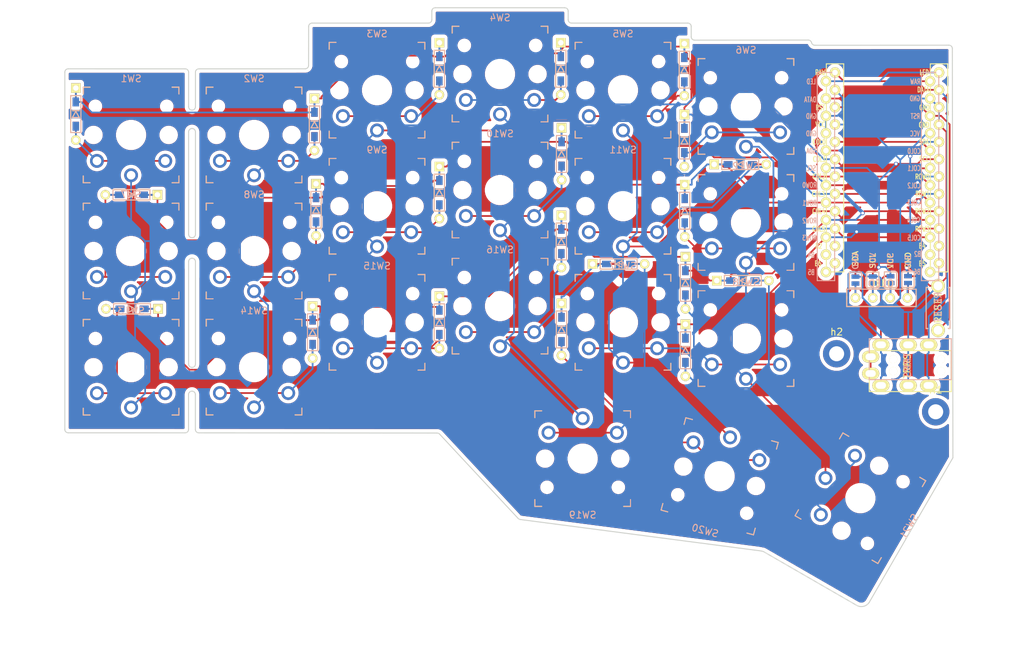
<source format=kicad_pcb>
(kicad_pcb (version 20171130) (host pcbnew 5.1.7)
  (title_block (title "Corne Light") (date 2018-12-26) (rev 2.1) (company foostan))
  (layers (0 F.Cu signal) (31 B.Cu signal) (34 B.Paste user) (35 F.Paste user) (36 B.SilkS user) (37 F.SilkS user) (38 B.Mask user) (39 F.Mask user) (44 Edge.Cuts user))
  (net 0 "")
  (net 1 row0)
  (net 2 row1)
  (net 3 "Net-(D2-Pad2)")
  (net 4 row2)
  (net 5 "Net-(D3-Pad2)")
  (net 6 row3)
  (net 7 "Net-(D4-Pad2)")
  (net 8 "Net-(D5-Pad2)")
  (net 9 "Net-(D6-Pad2)")
  (net 10 "Net-(D8-Pad2)")
  (net 11 "Net-(D9-Pad2)")
  (net 12 "Net-(D10-Pad2)")
  (net 13 "Net-(D11-Pad2)")
  (net 14 "Net-(D12-Pad2)")
  (net 15 "Net-(D14-Pad2)")
  (net 16 "Net-(D15-Pad2)")
  (net 17 "Net-(D16-Pad2)")
  (net 18 "Net-(D17-Pad2)")
  (net 19 "Net-(D18-Pad2)")
  (net 20 "Net-(D19-Pad2)")
  (net 21 "Net-(D20-Pad2)")
  (net 22 "Net-(D21-Pad2)")
  (net 23 GND)
  (net 24 VCC)
  (net 25 col0)
  (net 26 col1)
  (net 27 col2)
  (net 28 col3)
  (net 29 col4)
  (net 30 col5)
  (net 31 LED)
  (net 32 data)
  (net 33 reset)
  (net 34 SCL)
  (net 35 SDA)
  (net 36 "Net-(U1-Pad14)")
  (net 37 "Net-(U1-Pad13)")
  (net 38 "Net-(U1-Pad12)")
  (net 39 "Net-(U1-Pad11)")
  (net 40 "Net-(J1-PadA)")
  (net 41 "Net-(U1-Pad24)")
  (net 42 "Net-(D1-Pad2)")
  (net 43 "Net-(D7-Pad2)")
  (net 44 "Net-(D13-Pad2)")
  (module kbd:D3_TH_SMD (layer F.Cu) (at 68.05 91.05 180)
    (fp_text reference D13 hide)
    (fp_text value D hide)
    (pad 2 smd rect (at 1.775 0 180) (size 1.3 0.95) (layers F.Cu F.Paste F.Mask) (net 44 "Net-(D13-Pad2)"))
    (pad 2 thru_hole circle (at 3.81 0 180) (size 1.397 1.397) (drill 0.8128) (layers *.Cu *.Mask F.SilkS) (net 44 "Net-(D13-Pad2)"))
    (pad 1 thru_hole rect (at -3.81 0 180) (size 1.397 1.397) (drill 0.8128) (layers *.Cu *.Mask F.SilkS) (net 4 row2))
    (pad 1 smd rect (at -1.775 0 180) (size 1.3 0.95) (layers B.Cu B.Paste B.Mask) (net 4 row2))
    (pad 2 smd rect (at 1.775 0 180) (size 1.3 0.95) (layers B.Cu B.Paste B.Mask) (net 44 "Net-(D13-Pad2)"))
    (pad 1 smd rect (at -1.775 0 180) (size 1.3 0.95) (layers F.Cu F.Paste F.Mask) (net 4 row2))
  )
  (module kbd:D3_TH_SMD (layer F.Cu) (at 67.96 74.35 180)
    (fp_text reference D7 hide)
    (fp_text value D hide)
    (pad 2 smd rect (at 1.775 0 180) (size 1.3 0.95) (layers F.Cu F.Paste F.Mask) (net 43 "Net-(D7-Pad2)"))
    (pad 2 thru_hole circle (at 3.81 0 180) (size 1.397 1.397) (drill 0.8128) (layers *.Cu *.Mask F.SilkS) (net 43 "Net-(D7-Pad2)"))
    (pad 1 thru_hole rect (at -3.81 0 180) (size 1.397 1.397) (drill 0.8128) (layers *.Cu *.Mask F.SilkS) (net 2 row1))
    (pad 1 smd rect (at -1.775 0 180) (size 1.3 0.95) (layers B.Cu B.Paste B.Mask) (net 2 row1))
    (pad 2 smd rect (at 1.775 0 180) (size 1.3 0.95) (layers B.Cu B.Paste B.Mask) (net 43 "Net-(D7-Pad2)"))
    (pad 1 smd rect (at -1.775 0 180) (size 1.3 0.95) (layers F.Cu F.Paste F.Mask) (net 2 row1))
  )
  (module kbd:D3_TH_SMD (layer F.Cu) (at 59.82 62.52 270)
    (fp_text reference D1 hide)
    (fp_text value D hide)
    (pad 2 smd rect (at 1.775 0 270) (size 1.3 0.95) (layers F.Cu F.Paste F.Mask) (net 42 "Net-(D1-Pad2)"))
    (pad 2 thru_hole circle (at 3.81 0 270) (size 1.397 1.397) (drill 0.8128) (layers *.Cu *.Mask F.SilkS) (net 42 "Net-(D1-Pad2)"))
    (pad 1 thru_hole rect (at -3.81 0 270) (size 1.397 1.397) (drill 0.8128) (layers *.Cu *.Mask F.SilkS) (net 1 row0))
    (pad 1 smd rect (at -1.775 0 270) (size 1.3 0.95) (layers B.Cu B.Paste B.Mask) (net 1 row0))
    (pad 2 smd rect (at 1.775 0 270) (size 1.3 0.95) (layers B.Cu B.Paste B.Mask) (net 42 "Net-(D1-Pad2)"))
    (pad 1 smd rect (at -1.775 0 270) (size 1.3 0.95) (layers F.Cu F.Paste F.Mask) (net 1 row0))
  )
  (module kbd:D3_TH_SMD (layer F.Cu) (at 94.75 64.04 270)
    (fp_text reference D2 hide)
    (fp_text value D hide)
    (pad 2 smd rect (at 1.775 0 270) (size 1.3 0.95) (layers F.Cu F.Paste F.Mask) (net 3 "Net-(D2-Pad2)"))
    (pad 2 thru_hole circle (at 3.81 0 270) (size 1.397 1.397) (drill 0.8128) (layers *.Cu *.Mask F.SilkS) (net 3 "Net-(D2-Pad2)"))
    (pad 1 thru_hole rect (at -3.81 0 270) (size 1.397 1.397) (drill 0.8128) (layers *.Cu *.Mask F.SilkS) (net 1 row0))
    (pad 1 smd rect (at -1.775 0 270) (size 1.3 0.95) (layers B.Cu B.Paste B.Mask) (net 1 row0))
    (pad 2 smd rect (at 1.775 0 270) (size 1.3 0.95) (layers B.Cu B.Paste B.Mask) (net 3 "Net-(D2-Pad2)"))
    (pad 1 smd rect (at -1.775 0 270) (size 1.3 0.95) (layers F.Cu F.Paste F.Mask) (net 1 row0))
  )
  (module kbd:D3_TH_SMD (layer F.Cu) (at 113.03 55.88 270)
    (fp_text reference D3 hide)
    (fp_text value D hide)
    (pad 2 smd rect (at 1.775 0 270) (size 1.3 0.95) (layers F.Cu F.Paste F.Mask) (net 5 "Net-(D3-Pad2)"))
    (pad 2 thru_hole circle (at 3.81 0 270) (size 1.397 1.397) (drill 0.8128) (layers *.Cu *.Mask F.SilkS) (net 5 "Net-(D3-Pad2)"))
    (pad 1 thru_hole rect (at -3.81 0 270) (size 1.397 1.397) (drill 0.8128) (layers *.Cu *.Mask F.SilkS) (net 1 row0))
    (pad 1 smd rect (at -1.775 0 270) (size 1.3 0.95) (layers B.Cu B.Paste B.Mask) (net 1 row0))
    (pad 2 smd rect (at 1.775 0 270) (size 1.3 0.95) (layers B.Cu B.Paste B.Mask) (net 5 "Net-(D3-Pad2)"))
    (pad 1 smd rect (at -1.775 0 270) (size 1.3 0.95) (layers F.Cu F.Paste F.Mask) (net 1 row0))
  )
  (module kbd:D3_TH_SMD (layer F.Cu) (at 130.81 55.88 270)
    (fp_text reference D4 hide)
    (fp_text value D hide)
    (pad 2 smd rect (at 1.775 0 270) (size 1.3 0.95) (layers F.Cu F.Paste F.Mask) (net 7 "Net-(D4-Pad2)"))
    (pad 2 thru_hole circle (at 3.81 0 270) (size 1.397 1.397) (drill 0.8128) (layers *.Cu *.Mask F.SilkS) (net 7 "Net-(D4-Pad2)"))
    (pad 1 thru_hole rect (at -3.81 0 270) (size 1.397 1.397) (drill 0.8128) (layers *.Cu *.Mask F.SilkS) (net 1 row0))
    (pad 1 smd rect (at -1.775 0 270) (size 1.3 0.95) (layers B.Cu B.Paste B.Mask) (net 1 row0))
    (pad 2 smd rect (at 1.775 0 270) (size 1.3 0.95) (layers B.Cu B.Paste B.Mask) (net 7 "Net-(D4-Pad2)"))
    (pad 1 smd rect (at -1.775 0 270) (size 1.3 0.95) (layers F.Cu F.Paste F.Mask) (net 1 row0))
  )
  (module kbd:D3_TH_SMD (layer F.Cu) (at 148.9 66.39 270)
    (fp_text reference D6 hide)
    (fp_text value D hide)
    (pad 2 smd rect (at 1.775 0 270) (size 1.3 0.95) (layers F.Cu F.Paste F.Mask) (net 9 "Net-(D6-Pad2)"))
    (pad 2 thru_hole circle (at 3.81 0 270) (size 1.397 1.397) (drill 0.8128) (layers *.Cu *.Mask F.SilkS) (net 9 "Net-(D6-Pad2)"))
    (pad 1 thru_hole rect (at -3.81 0 270) (size 1.397 1.397) (drill 0.8128) (layers *.Cu *.Mask F.SilkS) (net 1 row0))
    (pad 1 smd rect (at -1.775 0 270) (size 1.3 0.95) (layers B.Cu B.Paste B.Mask) (net 1 row0))
    (pad 2 smd rect (at 1.775 0 270) (size 1.3 0.95) (layers B.Cu B.Paste B.Mask) (net 9 "Net-(D6-Pad2)"))
    (pad 1 smd rect (at -1.775 0 270) (size 1.3 0.95) (layers F.Cu F.Paste F.Mask) (net 1 row0))
  )
  (module kbd:D3_TH_SMD (layer F.Cu) (at 94.98 76.54 270)
    (fp_text reference D8 hide)
    (fp_text value D hide)
    (pad 2 smd rect (at 1.775 0 270) (size 1.3 0.95) (layers F.Cu F.Paste F.Mask) (net 10 "Net-(D8-Pad2)"))
    (pad 2 thru_hole circle (at 3.81 0 270) (size 1.397 1.397) (drill 0.8128) (layers *.Cu *.Mask F.SilkS) (net 10 "Net-(D8-Pad2)"))
    (pad 1 thru_hole rect (at -3.81 0 270) (size 1.397 1.397) (drill 0.8128) (layers *.Cu *.Mask F.SilkS) (net 2 row1))
    (pad 1 smd rect (at -1.775 0 270) (size 1.3 0.95) (layers B.Cu B.Paste B.Mask) (net 2 row1))
    (pad 2 smd rect (at 1.775 0 270) (size 1.3 0.95) (layers B.Cu B.Paste B.Mask) (net 10 "Net-(D8-Pad2)"))
    (pad 1 smd rect (at -1.775 0 270) (size 1.3 0.95) (layers F.Cu F.Paste F.Mask) (net 2 row1))
  )
  (module kbd:D3_TH_SMD (layer F.Cu) (at 113.03 74.025 270)
    (fp_text reference D9 hide)
    (fp_text value D hide)
    (pad 2 smd rect (at 1.775 0 270) (size 1.3 0.95) (layers F.Cu F.Paste F.Mask) (net 11 "Net-(D9-Pad2)"))
    (pad 2 thru_hole circle (at 3.81 0 270) (size 1.397 1.397) (drill 0.8128) (layers *.Cu *.Mask F.SilkS) (net 11 "Net-(D9-Pad2)"))
    (pad 1 thru_hole rect (at -3.81 0 270) (size 1.397 1.397) (drill 0.8128) (layers *.Cu *.Mask F.SilkS) (net 2 row1))
    (pad 1 smd rect (at -1.775 0 270) (size 1.3 0.95) (layers B.Cu B.Paste B.Mask) (net 2 row1))
    (pad 2 smd rect (at 1.775 0 270) (size 1.3 0.95) (layers B.Cu B.Paste B.Mask) (net 11 "Net-(D9-Pad2)"))
    (pad 1 smd rect (at -1.775 0 270) (size 1.3 0.95) (layers F.Cu F.Paste F.Mask) (net 2 row1))
  )
  (module kbd:D3_TH_SMD (layer F.Cu) (at 130.92 68.36 270)
    (fp_text reference D10 hide)
    (fp_text value D hide)
    (pad 2 smd rect (at 1.775 0 270) (size 1.3 0.95) (layers F.Cu F.Paste F.Mask) (net 12 "Net-(D10-Pad2)"))
    (pad 2 thru_hole circle (at 3.81 0 270) (size 1.397 1.397) (drill 0.8128) (layers *.Cu *.Mask F.SilkS) (net 12 "Net-(D10-Pad2)"))
    (pad 1 thru_hole rect (at -3.81 0 270) (size 1.397 1.397) (drill 0.8128) (layers *.Cu *.Mask F.SilkS) (net 2 row1))
    (pad 1 smd rect (at -1.775 0 270) (size 1.3 0.95) (layers B.Cu B.Paste B.Mask) (net 2 row1))
    (pad 2 smd rect (at 1.775 0 270) (size 1.3 0.95) (layers B.Cu B.Paste B.Mask) (net 12 "Net-(D10-Pad2)"))
    (pad 1 smd rect (at -1.775 0 270) (size 1.3 0.95) (layers F.Cu F.Paste F.Mask) (net 2 row1))
  )
  (module kbd:D3_TH_SMD (layer F.Cu) (at 157.07 69.89)
    (fp_text reference D11 hide)
    (fp_text value D hide)
    (pad 2 smd rect (at 1.775 0) (size 1.3 0.95) (layers F.Cu F.Paste F.Mask) (net 13 "Net-(D11-Pad2)"))
    (pad 2 thru_hole circle (at 3.81 0) (size 1.397 1.397) (drill 0.8128) (layers *.Cu *.Mask F.SilkS) (net 13 "Net-(D11-Pad2)"))
    (pad 1 thru_hole rect (at -3.81 0) (size 1.397 1.397) (drill 0.8128) (layers *.Cu *.Mask F.SilkS) (net 2 row1))
    (pad 1 smd rect (at -1.775 0) (size 1.3 0.95) (layers B.Cu B.Paste B.Mask) (net 2 row1))
    (pad 2 smd rect (at 1.775 0) (size 1.3 0.95) (layers B.Cu B.Paste B.Mask) (net 13 "Net-(D11-Pad2)"))
    (pad 1 smd rect (at -1.775 0) (size 1.3 0.95) (layers F.Cu F.Paste F.Mask) (net 2 row1))
  )
  (module kbd:D3_TH_SMD (layer F.Cu) (at 148.95 76.675 270)
    (fp_text reference D12 hide)
    (fp_text value D hide)
    (pad 2 smd rect (at 1.775 0 270) (size 1.3 0.95) (layers F.Cu F.Paste F.Mask) (net 14 "Net-(D12-Pad2)"))
    (pad 2 thru_hole circle (at 3.81 0 270) (size 1.397 1.397) (drill 0.8128) (layers *.Cu *.Mask F.SilkS) (net 14 "Net-(D12-Pad2)"))
    (pad 1 thru_hole rect (at -3.81 0 270) (size 1.397 1.397) (drill 0.8128) (layers *.Cu *.Mask F.SilkS) (net 2 row1))
    (pad 1 smd rect (at -1.775 0 270) (size 1.3 0.95) (layers B.Cu B.Paste B.Mask) (net 2 row1))
    (pad 2 smd rect (at 1.775 0 270) (size 1.3 0.95) (layers B.Cu B.Paste B.Mask) (net 14 "Net-(D12-Pad2)"))
    (pad 1 smd rect (at -1.775 0 270) (size 1.3 0.95) (layers F.Cu F.Paste F.Mask) (net 2 row1))
  )
  (module kbd:D3_TH_SMD (layer F.Cu) (at 94.48 94.475 270)
    (fp_text reference D14 hide)
    (fp_text value D hide)
    (pad 2 smd rect (at 1.775 0 270) (size 1.3 0.95) (layers F.Cu F.Paste F.Mask) (net 15 "Net-(D14-Pad2)"))
    (pad 2 thru_hole circle (at 3.81 0 270) (size 1.397 1.397) (drill 0.8128) (layers *.Cu *.Mask F.SilkS) (net 15 "Net-(D14-Pad2)"))
    (pad 1 thru_hole rect (at -3.81 0 270) (size 1.397 1.397) (drill 0.8128) (layers *.Cu *.Mask F.SilkS) (net 4 row2))
    (pad 1 smd rect (at -1.775 0 270) (size 1.3 0.95) (layers B.Cu B.Paste B.Mask) (net 4 row2))
    (pad 2 smd rect (at 1.775 0 270) (size 1.3 0.95) (layers B.Cu B.Paste B.Mask) (net 15 "Net-(D14-Pad2)"))
    (pad 1 smd rect (at -1.775 0 270) (size 1.3 0.95) (layers F.Cu F.Paste F.Mask) (net 4 row2))
  )
  (module kbd:D3_TH_SMD (layer F.Cu) (at 113.03 93.025 270)
    (fp_text reference D15 hide)
    (fp_text value D hide)
    (pad 2 smd rect (at 1.775 0 270) (size 1.3 0.95) (layers F.Cu F.Paste F.Mask) (net 16 "Net-(D15-Pad2)"))
    (pad 2 thru_hole circle (at 3.81 0 270) (size 1.397 1.397) (drill 0.8128) (layers *.Cu *.Mask F.SilkS) (net 16 "Net-(D15-Pad2)"))
    (pad 1 thru_hole rect (at -3.81 0 270) (size 1.397 1.397) (drill 0.8128) (layers *.Cu *.Mask F.SilkS) (net 4 row2))
    (pad 1 smd rect (at -1.775 0 270) (size 1.3 0.95) (layers B.Cu B.Paste B.Mask) (net 4 row2))
    (pad 2 smd rect (at 1.775 0 270) (size 1.3 0.95) (layers B.Cu B.Paste B.Mask) (net 16 "Net-(D15-Pad2)"))
    (pad 1 smd rect (at -1.775 0 270) (size 1.3 0.95) (layers F.Cu F.Paste F.Mask) (net 4 row2))
  )
  (module kbd:D3_TH_SMD (layer F.Cu) (at 130.89 81.18 270)
    (fp_text reference D16 hide)
    (fp_text value D hide)
    (pad 2 smd rect (at 1.775 0 270) (size 1.3 0.95) (layers F.Cu F.Paste F.Mask) (net 17 "Net-(D16-Pad2)"))
    (pad 2 thru_hole circle (at 3.81 0 270) (size 1.397 1.397) (drill 0.8128) (layers *.Cu *.Mask F.SilkS) (net 17 "Net-(D16-Pad2)"))
    (pad 1 thru_hole rect (at -3.81 0 270) (size 1.397 1.397) (drill 0.8128) (layers *.Cu *.Mask F.SilkS) (net 4 row2))
    (pad 1 smd rect (at -1.775 0 270) (size 1.3 0.95) (layers B.Cu B.Paste B.Mask) (net 4 row2))
    (pad 2 smd rect (at 1.775 0 270) (size 1.3 0.95) (layers B.Cu B.Paste B.Mask) (net 17 "Net-(D16-Pad2)"))
    (pad 1 smd rect (at -1.775 0 270) (size 1.3 0.95) (layers F.Cu F.Paste F.Mask) (net 4 row2))
  )
  (module kbd:D3_TH_SMD (layer F.Cu) (at 157.45 86.91)
    (fp_text reference D17 hide)
    (fp_text value D hide)
    (pad 2 smd rect (at 1.775 0) (size 1.3 0.95) (layers F.Cu F.Paste F.Mask) (net 18 "Net-(D17-Pad2)"))
    (pad 2 thru_hole circle (at 3.81 0) (size 1.397 1.397) (drill 0.8128) (layers *.Cu *.Mask F.SilkS) (net 18 "Net-(D17-Pad2)"))
    (pad 1 thru_hole rect (at -3.81 0) (size 1.397 1.397) (drill 0.8128) (layers *.Cu *.Mask F.SilkS) (net 4 row2))
    (pad 1 smd rect (at -1.775 0) (size 1.3 0.95) (layers B.Cu B.Paste B.Mask) (net 4 row2))
    (pad 2 smd rect (at 1.775 0) (size 1.3 0.95) (layers B.Cu B.Paste B.Mask) (net 18 "Net-(D17-Pad2)"))
    (pad 1 smd rect (at -1.775 0) (size 1.3 0.95) (layers F.Cu F.Paste F.Mask) (net 4 row2))
  )
  (module kbd:D3_TH_SMD (layer F.Cu) (at 149.05 87.24 270)
    (fp_text reference D18 hide)
    (fp_text value D hide)
    (pad 2 smd rect (at 1.775 0 270) (size 1.3 0.95) (layers F.Cu F.Paste F.Mask) (net 19 "Net-(D18-Pad2)"))
    (pad 2 thru_hole circle (at 3.81 0 270) (size 1.397 1.397) (drill 0.8128) (layers *.Cu *.Mask F.SilkS) (net 19 "Net-(D18-Pad2)"))
    (pad 1 thru_hole rect (at -3.81 0 270) (size 1.397 1.397) (drill 0.8128) (layers *.Cu *.Mask F.SilkS) (net 4 row2))
    (pad 1 smd rect (at -1.775 0 270) (size 1.3 0.95) (layers B.Cu B.Paste B.Mask) (net 4 row2))
    (pad 2 smd rect (at 1.775 0 270) (size 1.3 0.95) (layers B.Cu B.Paste B.Mask) (net 19 "Net-(D18-Pad2)"))
    (pad 1 smd rect (at -1.775 0 270) (size 1.3 0.95) (layers F.Cu F.Paste F.Mask) (net 4 row2))
  )
  (module kbd:D3_TH_SMD (layer F.Cu) (at 139.27 84.48)
    (fp_text reference D19 hide)
    (fp_text value D hide)
    (pad 2 smd rect (at 1.775 0) (size 1.3 0.95) (layers F.Cu F.Paste F.Mask) (net 20 "Net-(D19-Pad2)"))
    (pad 2 thru_hole circle (at 3.81 0) (size 1.397 1.397) (drill 0.8128) (layers *.Cu *.Mask F.SilkS) (net 20 "Net-(D19-Pad2)"))
    (pad 1 thru_hole rect (at -3.81 0) (size 1.397 1.397) (drill 0.8128) (layers *.Cu *.Mask F.SilkS) (net 6 row3))
    (pad 1 smd rect (at -1.775 0) (size 1.3 0.95) (layers B.Cu B.Paste B.Mask) (net 6 row3))
    (pad 2 smd rect (at 1.775 0) (size 1.3 0.95) (layers B.Cu B.Paste B.Mask) (net 20 "Net-(D19-Pad2)"))
    (pad 1 smd rect (at -1.775 0) (size 1.3 0.95) (layers F.Cu F.Paste F.Mask) (net 6 row3))
  )
  (module kbd:D3_TH_SMD (layer F.Cu) (at 130.91 94.07 270)
    (fp_text reference D20 hide)
    (fp_text value D hide)
    (pad 2 smd rect (at 1.775 0 270) (size 1.3 0.95) (layers F.Cu F.Paste F.Mask) (net 21 "Net-(D20-Pad2)"))
    (pad 2 thru_hole circle (at 3.81 0 270) (size 1.397 1.397) (drill 0.8128) (layers *.Cu *.Mask F.SilkS) (net 21 "Net-(D20-Pad2)"))
    (pad 1 thru_hole rect (at -3.81 0 270) (size 1.397 1.397) (drill 0.8128) (layers *.Cu *.Mask F.SilkS) (net 6 row3))
    (pad 1 smd rect (at -1.775 0 270) (size 1.3 0.95) (layers B.Cu B.Paste B.Mask) (net 6 row3))
    (pad 2 smd rect (at 1.775 0 270) (size 1.3 0.95) (layers B.Cu B.Paste B.Mask) (net 21 "Net-(D20-Pad2)"))
    (pad 1 smd rect (at -1.775 0 270) (size 1.3 0.95) (layers F.Cu F.Paste F.Mask) (net 6 row3))
  )
  (module kbd:D3_TH_SMD (layer F.Cu) (at 149.05 97.12 270)
    (fp_text reference D21 hide)
    (fp_text value D hide)
    (pad 2 smd rect (at 1.775 0 270) (size 1.3 0.95) (layers F.Cu F.Paste F.Mask) (net 22 "Net-(D21-Pad2)"))
    (pad 2 thru_hole circle (at 3.81 0 270) (size 1.397 1.397) (drill 0.8128) (layers *.Cu *.Mask F.SilkS) (net 22 "Net-(D21-Pad2)"))
    (pad 1 thru_hole rect (at -3.81 0 270) (size 1.397 1.397) (drill 0.8128) (layers *.Cu *.Mask F.SilkS) (net 6 row3))
    (pad 1 smd rect (at -1.775 0 270) (size 1.3 0.95) (layers B.Cu B.Paste B.Mask) (net 6 row3))
    (pad 2 smd rect (at 1.775 0 270) (size 1.3 0.95) (layers B.Cu B.Paste B.Mask) (net 22 "Net-(D21-Pad2)"))
    (pad 1 smd rect (at -1.775 0 270) (size 1.3 0.95) (layers F.Cu F.Paste F.Mask) (net 6 row3))
  )
  (module kbd:D3_TH_SMD (layer F.Cu) (at 148.89 56.02 270)
    (fp_text reference D5 hide)
    (fp_text value D hide)
    (pad 2 smd rect (at 1.775 0 270) (size 1.3 0.95) (layers F.Cu F.Paste F.Mask) (net 8 "Net-(D5-Pad2)"))
    (pad 2 thru_hole circle (at 3.81 0 270) (size 1.397 1.397) (drill 0.8128) (layers *.Cu *.Mask F.SilkS) (net 8 "Net-(D5-Pad2)"))
    (pad 1 thru_hole rect (at -3.81 0 270) (size 1.397 1.397) (drill 0.8128) (layers *.Cu *.Mask F.SilkS) (net 1 row0))
    (pad 1 smd rect (at -1.775 0 270) (size 1.3 0.95) (layers B.Cu B.Paste B.Mask) (net 1 row0))
    (pad 2 smd rect (at 1.775 0 270) (size 1.3 0.95) (layers B.Cu B.Paste B.Mask) (net 8 "Net-(D5-Pad2)"))
    (pad 1 smd rect (at -1.775 0 270) (size 1.3 0.95) (layers F.Cu F.Paste F.Mask) (net 1 row0))
  )
  (module kbd:LEGO_HOLE (layer F.Cu) (at 185.68 106.13)
    (fp_text reference H1 (at 0 -3.2) (layer F.SilkS))
    (fp_text value h1)
    (pad H1 thru_hole circle (at 0 0) (size 4 4) (drill 2.2) (layers *.Cu *.Mask))
  )
  (module kbd:LEGO_HOLE (layer F.Cu) (at 171.18 97.63)
    (fp_text reference h2 (at 0 -3.2) (layer F.SilkS))
    (fp_text value h2)
    (pad h2 thru_hole circle (at 0 0) (size 4 4) (drill 2.2) (layers *.Cu *.Mask))
  )
  (module Kailh:SW_PG1350_15_reversible_b2 (layer F.Cu) (at 174.66 118.79 240)
    (fp_text reference SW21 hide)
    (fp_text value SW_PUSH hide)
    (fp_text user %R (at 0 -8.255 240) (layer B.SilkS) (effects (justify mirror)))
    (pad "" np_thru_hole circle (at -5.5 0 240) (size 1.7018 1.7018) (drill 1.7018) (layers *.Cu *.Mask))
    (pad "" np_thru_hole circle (at 5.5 0 240) (size 1.7018 1.7018) (drill 1.7018) (layers *.Cu *.Mask))
    (pad "" np_thru_hole circle (at 5.22 -4.2 240) (size 0.9906 0.9906) (drill 0.9906) (layers *.Cu *.Mask))
    (pad 1 thru_hole circle (at 0 5.9 240) (size 2.032 2.032) (drill 1.27) (layers *.Cu *.Mask) (net 30 col5))
    (pad 2 thru_hole circle (at -5 3.8 240) (size 2.032 2.032) (drill 1.27) (layers *.Cu *.Mask) (net 22 "Net-(D21-Pad2)"))
    (pad "" np_thru_hole circle (at 0 0 240) (size 3.429 3.429) (drill 3.429) (layers *.Cu *.Mask))
    (pad 2 thru_hole circle (at 5 3.8 240) (size 2.032 2.032) (drill 1.27) (layers *.Cu *.Mask) (net 22 "Net-(D21-Pad2)"))
    (pad "" np_thru_hole circle (at -5.22 -4.2 240) (size 0.9906 0.9906) (drill 0.9906) (layers *.Cu *.Mask))
  )
  (module kbd:ResetSW (layer F.Cu) (at 186.03 90.93 90)
    (fp_text reference RSW1 hide)
    (fp_text value Val**)
    (fp_text user RESET (at 0 0 90) (layer F.SilkS))
    (fp_text user RESET (at 0.127 0 90) (layer B.SilkS) (effects (justify mirror)))
    (pad 2 thru_hole circle (at -3.25 0 90) (size 2 2) (drill 1.3) (layers *.Cu *.Mask F.SilkS) (net 33 reset))
    (pad 1 thru_hole circle (at 3.25 0 90) (size 2 2) (drill 1.3) (layers *.Cu *.Mask F.SilkS) (net 23 GND))
  )
  (module foostan:Jumper (layer B.Cu) (at 179.06 86.78 270)
    (fp_text reference JP66 hide)
    (fp_text value SCL (at -2.794 0 270) (layer B.SilkS) (effects (font (size 0.8128 0.8128)) (justify mirror)))
    (pad 1 smd rect (at -0.50038 0 270) (size 0.635 1.143) (layers B.Cu B.Paste B.Mask) (net 34 SCL) (clearance 0.1905))
    (pad 2 smd rect (at 0.50038 0 270) (size 0.635 1.143) (layers B.Cu B.Paste B.Mask) (net 39 "Net-(U1-Pad11)") (clearance 0.1905))
  )
  (module foostan:Jumper (layer F.Cu) (at 181.64 86.7704 270)
    (fp_text reference JP68 hide)
    (fp_text value GND (at -2.794 0 90) (layer F.SilkS) (effects (font (size 0.8128 0.8128))))
    (pad 2 smd rect (at 0.50038 0 270) (size 0.635 1.143) (layers F.Cu F.Paste F.Mask) (net 38 "Net-(U1-Pad12)") (clearance 0.1905))
    (pad 1 smd rect (at -0.50038 0 270) (size 0.635 1.143) (layers F.Cu F.Paste F.Mask) (net 23 GND) (clearance 0.1905))
  )
  (module foostan:Jumper (layer F.Cu) (at 173.93 86.83 270)
    (fp_text reference JP61 hide)
    (fp_text value " SDA" (at -2.794 0 90) (layer F.SilkS) (effects (font (size 0.8128 0.8128))))
    (pad 1 smd rect (at -0.50038 0 270) (size 0.635 1.143) (layers F.Cu F.Paste F.Mask) (net 35 SDA) (clearance 0.1905))
    (pad 2 smd rect (at 0.50038 0 270) (size 0.635 1.143) (layers F.Cu F.Paste F.Mask) (net 36 "Net-(U1-Pad14)") (clearance 0.1905))
  )
  (module foostan:Jumper (layer B.Cu) (at 181.64 86.76 270)
    (fp_text reference JP6 hide)
    (fp_text value " SDA" (at -2.794 0 270) (layer B.SilkS) (effects (font (size 0.8128 0.8128)) (justify mirror)))
    (pad 2 smd rect (at 0.50038 0 270) (size 0.635 1.143) (layers B.Cu B.Paste B.Mask) (net 38 "Net-(U1-Pad12)") (clearance 0.1905))
    (pad 1 smd rect (at -0.50038 0 270) (size 0.635 1.143) (layers B.Cu B.Paste B.Mask) (net 35 SDA) (clearance 0.1905))
  )
  (module foostan:Jumper (layer F.Cu) (at 176.47 86.8 270)
    (fp_text reference JP63 hide)
    (fp_text value SCL (at -2.794 0 90) (layer F.SilkS) (effects (font (size 0.8128 0.8128))))
    (pad 2 smd rect (at 0.50038 0 270) (size 0.635 1.143) (layers F.Cu F.Paste F.Mask) (net 37 "Net-(U1-Pad13)") (clearance 0.1905))
    (pad 1 smd rect (at -0.50038 0 270) (size 0.635 1.143) (layers F.Cu F.Paste F.Mask) (net 34 SCL) (clearance 0.1905))
  )
  (module foostan:Jumper (layer B.Cu) (at 173.93 86.8396 270)
    (fp_text reference JP62 hide)
    (fp_text value GND (at -2.794 0 270) (layer B.SilkS) (effects (font (size 0.8128 0.8128)) (justify mirror)))
    (pad 1 smd rect (at -0.50038 0 270) (size 0.635 1.143) (layers B.Cu B.Paste B.Mask) (net 23 GND) (clearance 0.1905))
    (pad 2 smd rect (at 0.50038 0 270) (size 0.635 1.143) (layers B.Cu B.Paste B.Mask) (net 36 "Net-(U1-Pad14)") (clearance 0.1905))
  )
  (module foostan:OLED (layer F.Cu) (at 173.93 89.44)
    (fp_text reference J2)
    (fp_text value OLED hide)
    (fp_text user OLED (at 3.8 -2.1) (layer F.SilkS))
    (fp_text user OLED (at 3.75 -2.1) (layer B.SilkS) (effects (justify mirror)))
    (pad 1 thru_hole circle (at 0 0) (size 1.397 1.397) (drill 0.8128) (layers *.Cu *.Mask F.SilkS) (net 36 "Net-(U1-Pad14)"))
    (pad 2 thru_hole circle (at 2.54 0) (size 1.397 1.397) (drill 0.8128) (layers *.Cu *.Mask F.SilkS) (net 37 "Net-(U1-Pad13)"))
    (pad 3 thru_hole circle (at 5.08 0) (size 1.397 1.397) (drill 0.8128) (layers *.Cu *.Mask F.SilkS) (net 39 "Net-(U1-Pad11)"))
    (pad 4 thru_hole circle (at 7.62 0) (size 1.397 1.397) (drill 0.8128) (layers *.Cu *.Mask F.SilkS) (net 38 "Net-(U1-Pad12)"))
  )
  (module foostan:Jumper (layer B.Cu) (at 176.48 86.81 270)
    (fp_text reference JP64 hide)
    (fp_text value VCC (at -2.794 0 270) (layer B.SilkS) (effects (font (size 0.8128 0.8128)) (justify mirror)))
    (pad 2 smd rect (at 0.50038 0 270) (size 0.635 1.143) (layers B.Cu B.Paste B.Mask) (net 37 "Net-(U1-Pad13)") (clearance 0.1905))
    (pad 1 smd rect (at -0.50038 0 270) (size 0.635 1.143) (layers B.Cu B.Paste B.Mask) (net 24 VCC) (clearance 0.1905))
  )
  (module foostan:Jumper (layer F.Cu) (at 179.07 86.78 270)
    (fp_text reference JP65 hide)
    (fp_text value VCC (at -2.794 0 90) (layer F.SilkS) (effects (font (size 0.8128 0.8128))))
    (pad 1 smd rect (at -0.50038 0 270) (size 0.635 1.143) (layers F.Cu F.Paste F.Mask) (net 24 VCC) (clearance 0.1905))
    (pad 2 smd rect (at 0.50038 0 270) (size 0.635 1.143) (layers F.Cu F.Paste F.Mask) (net 39 "Net-(U1-Pad11)") (clearance 0.1905))
  )
  (module kbd:MJ-4PP-9 (layer F.Cu) (at 187.96 100.17 270)
    (fp_text reference J1)
    (fp_text value MJ-4PP-9 hide)
    (fp_text user TRRS (at -0.75 6.45 90) (layer F.SilkS))
    (fp_text user TRRS (at -0.8255 6.4135 90) (layer B.SilkS) (effects (justify mirror)))
    (pad A thru_hole oval (at -2.1 11.8 270) (size 1.7 2.5) (drill oval 1 1.5) (layers *.Cu *.Mask F.SilkS) (net 40 "Net-(J1-PadA)") (clearance 0.15))
    (pad D thru_hole oval (at 2.1 10.3 270) (size 1.7 2.5) (drill oval 1 1.5) (layers *.Cu *.Mask F.SilkS) (net 24 VCC) (clearance 0.15))
    (pad C thru_hole oval (at 2.1 6.3 270) (size 1.7 2.5) (drill oval 1 1.5) (layers *.Cu *.Mask F.SilkS) (net 23 GND))
    (pad B thru_hole oval (at 2.1 3.3 270) (size 1.7 2.5) (drill oval 1 1.5) (layers *.Cu *.Mask F.SilkS) (net 32 data))
    (pad "" np_thru_hole circle (at 0 8.5 270) (size 1.2 1.2) (drill 1.2) (layers *.Cu *.Mask F.SilkS))
    (pad "" np_thru_hole circle (at 0 1.5 270) (size 1.2 1.2) (drill 1.2) (layers *.Cu *.Mask F.SilkS))
    (pad C thru_hole oval (at -3.85 6.3 270) (size 1.7 2.5) (drill oval 1 1.5) (layers *.Cu *.Mask F.SilkS) (net 23 GND))
    (pad B thru_hole oval (at -3.85 3.3 270) (size 1.7 2.5) (drill oval 1 1.5) (layers *.Cu *.Mask F.SilkS) (net 32 data))
    (pad A thru_hole oval (at 0.35 11.8 270) (size 1.7 2.5) (drill oval 1 1.5) (layers *.Cu *.Mask F.SilkS) (net 40 "Net-(J1-PadA)") (clearance 0.15))
    (pad D thru_hole oval (at -3.85 10.3 270) (size 1.7 2.5) (drill oval 1 1.5) (layers *.Cu *.Mask F.SilkS) (net 24 VCC) (clearance 0.15))
    (pad "" np_thru_hole circle (at -1.75 1.5 270) (size 1.2 1.2) (drill 1.2) (layers *.Cu *.Mask F.SilkS))
    (pad "" np_thru_hole circle (at -1.75 8.5 270) (size 1.2 1.2) (drill 1.2) (layers *.Cu *.Mask F.SilkS))
  )
  (module chocs:SW_PG1350_reversible_b2 (layer F.Cu) (at 154.06 115.58 165)
    (fp_text reference SW20 hide)
    (fp_text value SW_PUSH hide)
    (fp_text user %R (at 0 -8.255 165) (layer B.SilkS) (effects (justify mirror)))
    (pad "" np_thru_hole circle (at -5.22 -4.2 165) (size 0.9906 0.9906) (drill 0.9906) (layers *.Cu *.Mask))
    (pad 2 thru_hole circle (at 5 3.8 165) (size 2.032 2.032) (drill 1.27) (layers *.Cu *.Mask) (net 21 "Net-(D20-Pad2)"))
    (pad "" np_thru_hole circle (at 0 0 165) (size 3.429 3.429) (drill 3.429) (layers *.Cu *.Mask))
    (pad 2 thru_hole circle (at -5 3.8 165) (size 2.032 2.032) (drill 1.27) (layers *.Cu *.Mask) (net 21 "Net-(D20-Pad2)"))
    (pad 1 thru_hole circle (at 0 5.9 165) (size 2.032 2.032) (drill 1.27) (layers *.Cu *.Mask) (net 29 col4))
    (pad "" np_thru_hole circle (at 5.22 -4.2 165) (size 0.9906 0.9906) (drill 0.9906) (layers *.Cu *.Mask))
    (pad "" np_thru_hole circle (at 5.5 0 165) (size 1.7018 1.7018) (drill 1.7018) (layers *.Cu *.Mask))
    (pad "" np_thru_hole circle (at -5.5 0 165) (size 1.7018 1.7018) (drill 1.7018) (layers *.Cu *.Mask))
  )
  (module chocs:SW_PG1350_reversible_b2 (layer F.Cu) (at 134.01 112.99 180)
    (fp_text reference SW19 hide)
    (fp_text value SW_PUSH hide)
    (fp_text user %R (at 0 -8.255) (layer B.SilkS) (effects (justify mirror)))
    (pad "" np_thru_hole circle (at -5.22 -4.2 180) (size 0.9906 0.9906) (drill 0.9906) (layers *.Cu *.Mask))
    (pad 2 thru_hole circle (at 5 3.8 180) (size 2.032 2.032) (drill 1.27) (layers *.Cu *.Mask) (net 20 "Net-(D19-Pad2)"))
    (pad "" np_thru_hole circle (at 0 0 180) (size 3.429 3.429) (drill 3.429) (layers *.Cu *.Mask))
    (pad 2 thru_hole circle (at -5 3.8 180) (size 2.032 2.032) (drill 1.27) (layers *.Cu *.Mask) (net 20 "Net-(D19-Pad2)"))
    (pad 1 thru_hole circle (at 0 5.9 180) (size 2.032 2.032) (drill 1.27) (layers *.Cu *.Mask) (net 28 col3))
    (pad "" np_thru_hole circle (at 5.22 -4.2 180) (size 0.9906 0.9906) (drill 0.9906) (layers *.Cu *.Mask))
    (pad "" np_thru_hole circle (at 5.5 0 180) (size 1.7018 1.7018) (drill 1.7018) (layers *.Cu *.Mask))
    (pad "" np_thru_hole circle (at -5.5 0 180) (size 1.7018 1.7018) (drill 1.7018) (layers *.Cu *.Mask))
  )
  (module chocs:SW_PG1350_reversible_b2 (layer F.Cu) (at 157.91 95.4)
    (fp_text reference SW18 hide)
    (fp_text value SW_PUSH hide)
    (fp_text user %R (at 0 -8.255) (layer B.SilkS) (effects (justify mirror)))
    (pad "" np_thru_hole circle (at -5.22 -4.2) (size 0.9906 0.9906) (drill 0.9906) (layers *.Cu *.Mask))
    (pad 2 thru_hole circle (at 5 3.8) (size 2.032 2.032) (drill 1.27) (layers *.Cu *.Mask) (net 19 "Net-(D18-Pad2)"))
    (pad "" np_thru_hole circle (at 0 0) (size 3.429 3.429) (drill 3.429) (layers *.Cu *.Mask))
    (pad 2 thru_hole circle (at -5 3.8) (size 2.032 2.032) (drill 1.27) (layers *.Cu *.Mask) (net 19 "Net-(D18-Pad2)"))
    (pad 1 thru_hole circle (at 0 5.9) (size 2.032 2.032) (drill 1.27) (layers *.Cu *.Mask) (net 30 col5))
    (pad "" np_thru_hole circle (at 5.22 -4.2) (size 0.9906 0.9906) (drill 0.9906) (layers *.Cu *.Mask))
    (pad "" np_thru_hole circle (at 5.5 0) (size 1.7018 1.7018) (drill 1.7018) (layers *.Cu *.Mask))
    (pad "" np_thru_hole circle (at -5.5 0) (size 1.7018 1.7018) (drill 1.7018) (layers *.Cu *.Mask))
  )
  (module chocs:SW_PG1350_reversible_b2 (layer F.Cu) (at 139.91 93.025)
    (fp_text reference SW17 hide)
    (fp_text value SW_PUSH hide)
    (fp_text user %R (at 0 -8.255) (layer B.SilkS) (effects (justify mirror)))
    (pad "" np_thru_hole circle (at -5.22 -4.2) (size 0.9906 0.9906) (drill 0.9906) (layers *.Cu *.Mask))
    (pad 2 thru_hole circle (at 5 3.8) (size 2.032 2.032) (drill 1.27) (layers *.Cu *.Mask) (net 18 "Net-(D17-Pad2)"))
    (pad "" np_thru_hole circle (at 0 0) (size 3.429 3.429) (drill 3.429) (layers *.Cu *.Mask))
    (pad 2 thru_hole circle (at -5 3.8) (size 2.032 2.032) (drill 1.27) (layers *.Cu *.Mask) (net 18 "Net-(D17-Pad2)"))
    (pad 1 thru_hole circle (at 0 5.9) (size 2.032 2.032) (drill 1.27) (layers *.Cu *.Mask) (net 29 col4))
    (pad "" np_thru_hole circle (at 5.22 -4.2) (size 0.9906 0.9906) (drill 0.9906) (layers *.Cu *.Mask))
    (pad "" np_thru_hole circle (at 5.5 0) (size 1.7018 1.7018) (drill 1.7018) (layers *.Cu *.Mask))
    (pad "" np_thru_hole circle (at -5.5 0) (size 1.7018 1.7018) (drill 1.7018) (layers *.Cu *.Mask))
  )
  (module chocs:SW_PG1350_reversible_b2 (layer F.Cu) (at 121.91 90.65)
    (fp_text reference SW16 hide)
    (fp_text value SW_PUSH hide)
    (fp_text user %R (at 0 -8.255) (layer B.SilkS) (effects (justify mirror)))
    (pad "" np_thru_hole circle (at -5.22 -4.2) (size 0.9906 0.9906) (drill 0.9906) (layers *.Cu *.Mask))
    (pad 2 thru_hole circle (at 5 3.8) (size 2.032 2.032) (drill 1.27) (layers *.Cu *.Mask) (net 17 "Net-(D16-Pad2)"))
    (pad "" np_thru_hole circle (at 0 0) (size 3.429 3.429) (drill 3.429) (layers *.Cu *.Mask))
    (pad 2 thru_hole circle (at -5 3.8) (size 2.032 2.032) (drill 1.27) (layers *.Cu *.Mask) (net 17 "Net-(D16-Pad2)"))
    (pad 1 thru_hole circle (at 0 5.9) (size 2.032 2.032) (drill 1.27) (layers *.Cu *.Mask) (net 28 col3))
    (pad "" np_thru_hole circle (at 5.22 -4.2) (size 0.9906 0.9906) (drill 0.9906) (layers *.Cu *.Mask))
    (pad "" np_thru_hole circle (at 5.5 0) (size 1.7018 1.7018) (drill 1.7018) (layers *.Cu *.Mask))
    (pad "" np_thru_hole circle (at -5.5 0) (size 1.7018 1.7018) (drill 1.7018) (layers *.Cu *.Mask))
  )
  (module chocs:SW_PG1350_reversible_b2 (layer F.Cu) (at 103.91 93.025)
    (fp_text reference SW15 hide)
    (fp_text value SW_PUSH hide)
    (fp_text user %R (at 0 -8.255) (layer B.SilkS) (effects (justify mirror)))
    (pad "" np_thru_hole circle (at -5.22 -4.2) (size 0.9906 0.9906) (drill 0.9906) (layers *.Cu *.Mask))
    (pad 2 thru_hole circle (at 5 3.8) (size 2.032 2.032) (drill 1.27) (layers *.Cu *.Mask) (net 16 "Net-(D15-Pad2)"))
    (pad "" np_thru_hole circle (at 0 0) (size 3.429 3.429) (drill 3.429) (layers *.Cu *.Mask))
    (pad 2 thru_hole circle (at -5 3.8) (size 2.032 2.032) (drill 1.27) (layers *.Cu *.Mask) (net 16 "Net-(D15-Pad2)"))
    (pad 1 thru_hole circle (at 0 5.9) (size 2.032 2.032) (drill 1.27) (layers *.Cu *.Mask) (net 27 col2))
    (pad "" np_thru_hole circle (at 5.22 -4.2) (size 0.9906 0.9906) (drill 0.9906) (layers *.Cu *.Mask))
    (pad "" np_thru_hole circle (at 5.5 0) (size 1.7018 1.7018) (drill 1.7018) (layers *.Cu *.Mask))
    (pad "" np_thru_hole circle (at -5.5 0) (size 1.7018 1.7018) (drill 1.7018) (layers *.Cu *.Mask))
  )
  (module chocs:SW_PG1350_reversible_b2 (layer F.Cu) (at 85.91 99.585)
    (fp_text reference SW14 hide)
    (fp_text value SW_PUSH hide)
    (fp_text user %R (at 0 -8.255) (layer B.SilkS) (effects (justify mirror)))
    (pad "" np_thru_hole circle (at -5.22 -4.2) (size 0.9906 0.9906) (drill 0.9906) (layers *.Cu *.Mask))
    (pad 2 thru_hole circle (at 5 3.8) (size 2.032 2.032) (drill 1.27) (layers *.Cu *.Mask) (net 15 "Net-(D14-Pad2)"))
    (pad "" np_thru_hole circle (at 0 0) (size 3.429 3.429) (drill 3.429) (layers *.Cu *.Mask))
    (pad 2 thru_hole circle (at -5 3.8) (size 2.032 2.032) (drill 1.27) (layers *.Cu *.Mask) (net 15 "Net-(D14-Pad2)"))
    (pad 1 thru_hole circle (at 0 5.9) (size 2.032 2.032) (drill 1.27) (layers *.Cu *.Mask) (net 26 col1))
    (pad "" np_thru_hole circle (at 5.22 -4.2) (size 0.9906 0.9906) (drill 0.9906) (layers *.Cu *.Mask))
    (pad "" np_thru_hole circle (at 5.5 0) (size 1.7018 1.7018) (drill 1.7018) (layers *.Cu *.Mask))
    (pad "" np_thru_hole circle (at -5.5 0) (size 1.7018 1.7018) (drill 1.7018) (layers *.Cu *.Mask))
  )
  (module chocs:SW_PG1350_reversible_b2 (layer F.Cu) (at 67.91 99.6)
    (fp_text reference SW13 hide)
    (fp_text value SW_PUSH hide)
    (fp_text user %R (at 0 -8.255) (layer B.SilkS) (effects (justify mirror)))
    (pad "" np_thru_hole circle (at -5.22 -4.2) (size 0.9906 0.9906) (drill 0.9906) (layers *.Cu *.Mask))
    (pad 2 thru_hole circle (at 5 3.8) (size 2.032 2.032) (drill 1.27) (layers *.Cu *.Mask) (net 44 "Net-(D13-Pad2)"))
    (pad "" np_thru_hole circle (at 0 0) (size 3.429 3.429) (drill 3.429) (layers *.Cu *.Mask))
    (pad 2 thru_hole circle (at -5 3.8) (size 2.032 2.032) (drill 1.27) (layers *.Cu *.Mask) (net 44 "Net-(D13-Pad2)"))
    (pad 1 thru_hole circle (at 0 5.9) (size 2.032 2.032) (drill 1.27) (layers *.Cu *.Mask) (net 26 col1))
    (pad "" np_thru_hole circle (at 5.22 -4.2) (size 0.9906 0.9906) (drill 0.9906) (layers *.Cu *.Mask))
    (pad "" np_thru_hole circle (at 5.5 0) (size 1.7018 1.7018) (drill 1.7018) (layers *.Cu *.Mask))
    (pad "" np_thru_hole circle (at -5.5 0) (size 1.7018 1.7018) (drill 1.7018) (layers *.Cu *.Mask))
  )
  (module chocs:SW_PG1350_reversible_b2 (layer F.Cu) (at 157.91 78.4)
    (fp_text reference SW12 hide)
    (fp_text value SW_PUSH hide)
    (fp_text user %R (at 0 -8.255) (layer B.SilkS) (effects (justify mirror)))
    (pad "" np_thru_hole circle (at -5.22 -4.2) (size 0.9906 0.9906) (drill 0.9906) (layers *.Cu *.Mask))
    (pad 2 thru_hole circle (at 5 3.8) (size 2.032 2.032) (drill 1.27) (layers *.Cu *.Mask) (net 14 "Net-(D12-Pad2)"))
    (pad "" np_thru_hole circle (at 0 0) (size 3.429 3.429) (drill 3.429) (layers *.Cu *.Mask))
    (pad 2 thru_hole circle (at -5 3.8) (size 2.032 2.032) (drill 1.27) (layers *.Cu *.Mask) (net 14 "Net-(D12-Pad2)"))
    (pad 1 thru_hole circle (at 0 5.9) (size 2.032 2.032) (drill 1.27) (layers *.Cu *.Mask) (net 30 col5))
    (pad "" np_thru_hole circle (at 5.22 -4.2) (size 0.9906 0.9906) (drill 0.9906) (layers *.Cu *.Mask))
    (pad "" np_thru_hole circle (at 5.5 0) (size 1.7018 1.7018) (drill 1.7018) (layers *.Cu *.Mask))
    (pad "" np_thru_hole circle (at -5.5 0) (size 1.7018 1.7018) (drill 1.7018) (layers *.Cu *.Mask))
  )
  (module chocs:SW_PG1350_reversible_b2 (layer F.Cu) (at 139.91 76.02)
    (fp_text reference SW11 hide)
    (fp_text value SW_PUSH hide)
    (fp_text user %R (at 0 -8.255) (layer B.SilkS) (effects (justify mirror)))
    (pad "" np_thru_hole circle (at -5.22 -4.2) (size 0.9906 0.9906) (drill 0.9906) (layers *.Cu *.Mask))
    (pad 2 thru_hole circle (at 5 3.8) (size 2.032 2.032) (drill 1.27) (layers *.Cu *.Mask) (net 13 "Net-(D11-Pad2)"))
    (pad "" np_thru_hole circle (at 0 0) (size 3.429 3.429) (drill 3.429) (layers *.Cu *.Mask))
    (pad 2 thru_hole circle (at -5 3.8) (size 2.032 2.032) (drill 1.27) (layers *.Cu *.Mask) (net 13 "Net-(D11-Pad2)"))
    (pad 1 thru_hole circle (at 0 5.9) (size 2.032 2.032) (drill 1.27) (layers *.Cu *.Mask) (net 29 col4))
    (pad "" np_thru_hole circle (at 5.22 -4.2) (size 0.9906 0.9906) (drill 0.9906) (layers *.Cu *.Mask))
    (pad "" np_thru_hole circle (at 5.5 0) (size 1.7018 1.7018) (drill 1.7018) (layers *.Cu *.Mask))
    (pad "" np_thru_hole circle (at -5.5 0) (size 1.7018 1.7018) (drill 1.7018) (layers *.Cu *.Mask))
  )
  (module chocs:SW_PG1350_reversible_b2 (layer F.Cu) (at 121.91 73.65)
    (fp_text reference SW10 hide)
    (fp_text value SW_PUSH hide)
    (fp_text user %R (at 0 -8.255) (layer B.SilkS) (effects (justify mirror)))
    (pad "" np_thru_hole circle (at -5.22 -4.2) (size 0.9906 0.9906) (drill 0.9906) (layers *.Cu *.Mask))
    (pad 2 thru_hole circle (at 5 3.8) (size 2.032 2.032) (drill 1.27) (layers *.Cu *.Mask) (net 12 "Net-(D10-Pad2)"))
    (pad "" np_thru_hole circle (at 0 0) (size 3.429 3.429) (drill 3.429) (layers *.Cu *.Mask))
    (pad 2 thru_hole circle (at -5 3.8) (size 2.032 2.032) (drill 1.27) (layers *.Cu *.Mask) (net 12 "Net-(D10-Pad2)"))
    (pad 1 thru_hole circle (at 0 5.9) (size 2.032 2.032) (drill 1.27) (layers *.Cu *.Mask) (net 28 col3))
    (pad "" np_thru_hole circle (at 5.22 -4.2) (size 0.9906 0.9906) (drill 0.9906) (layers *.Cu *.Mask))
    (pad "" np_thru_hole circle (at 5.5 0) (size 1.7018 1.7018) (drill 1.7018) (layers *.Cu *.Mask))
    (pad "" np_thru_hole circle (at -5.5 0) (size 1.7018 1.7018) (drill 1.7018) (layers *.Cu *.Mask))
  )
  (module chocs:SW_PG1350_reversible_b2 (layer F.Cu) (at 103.91 76.02)
    (fp_text reference SW9 hide)
    (fp_text value SW_PUSH hide)
    (fp_text user %R (at 0 -8.255) (layer B.SilkS) (effects (justify mirror)))
    (pad "" np_thru_hole circle (at -5.22 -4.2) (size 0.9906 0.9906) (drill 0.9906) (layers *.Cu *.Mask))
    (pad 2 thru_hole circle (at 5 3.8) (size 2.032 2.032) (drill 1.27) (layers *.Cu *.Mask) (net 11 "Net-(D9-Pad2)"))
    (pad "" np_thru_hole circle (at 0 0) (size 3.429 3.429) (drill 3.429) (layers *.Cu *.Mask))
    (pad 2 thru_hole circle (at -5 3.8) (size 2.032 2.032) (drill 1.27) (layers *.Cu *.Mask) (net 11 "Net-(D9-Pad2)"))
    (pad 1 thru_hole circle (at 0 5.9) (size 2.032 2.032) (drill 1.27) (layers *.Cu *.Mask) (net 27 col2))
    (pad "" np_thru_hole circle (at 5.22 -4.2) (size 0.9906 0.9906) (drill 0.9906) (layers *.Cu *.Mask))
    (pad "" np_thru_hole circle (at 5.5 0) (size 1.7018 1.7018) (drill 1.7018) (layers *.Cu *.Mask))
    (pad "" np_thru_hole circle (at -5.5 0) (size 1.7018 1.7018) (drill 1.7018) (layers *.Cu *.Mask))
  )
  (module chocs:SW_PG1350_reversible_b2 (layer F.Cu) (at 85.91 82.58)
    (fp_text reference SW8 hide)
    (fp_text value SW_PUSH hide)
    (fp_text user %R (at 0 -8.255) (layer B.SilkS) (effects (justify mirror)))
    (pad "" np_thru_hole circle (at -5.22 -4.2) (size 0.9906 0.9906) (drill 0.9906) (layers *.Cu *.Mask))
    (pad 2 thru_hole circle (at 5 3.8) (size 2.032 2.032) (drill 1.27) (layers *.Cu *.Mask) (net 10 "Net-(D8-Pad2)"))
    (pad "" np_thru_hole circle (at 0 0) (size 3.429 3.429) (drill 3.429) (layers *.Cu *.Mask))
    (pad 2 thru_hole circle (at -5 3.8) (size 2.032 2.032) (drill 1.27) (layers *.Cu *.Mask) (net 10 "Net-(D8-Pad2)"))
    (pad 1 thru_hole circle (at 0 5.9) (size 2.032 2.032) (drill 1.27) (layers *.Cu *.Mask) (net 26 col1))
    (pad "" np_thru_hole circle (at 5.22 -4.2) (size 0.9906 0.9906) (drill 0.9906) (layers *.Cu *.Mask))
    (pad "" np_thru_hole circle (at 5.5 0) (size 1.7018 1.7018) (drill 1.7018) (layers *.Cu *.Mask))
    (pad "" np_thru_hole circle (at -5.5 0) (size 1.7018 1.7018) (drill 1.7018) (layers *.Cu *.Mask))
  )
  (module chocs:SW_PG1350_reversible_b2 (layer F.Cu) (at 67.91 82.58)
    (fp_text reference SW7 hide)
    (fp_text value SW_PUSH hide)
    (fp_text user %R (at 0 -8.255) (layer B.SilkS) (effects (justify mirror)))
    (pad "" np_thru_hole circle (at -5.22 -4.2) (size 0.9906 0.9906) (drill 0.9906) (layers *.Cu *.Mask))
    (pad 2 thru_hole circle (at 5 3.8) (size 2.032 2.032) (drill 1.27) (layers *.Cu *.Mask) (net 43 "Net-(D7-Pad2)"))
    (pad "" np_thru_hole circle (at 0 0) (size 3.429 3.429) (drill 3.429) (layers *.Cu *.Mask))
    (pad 2 thru_hole circle (at -5 3.8) (size 2.032 2.032) (drill 1.27) (layers *.Cu *.Mask) (net 43 "Net-(D7-Pad2)"))
    (pad 1 thru_hole circle (at 0 5.9) (size 2.032 2.032) (drill 1.27) (layers *.Cu *.Mask) (net 26 col1))
    (pad "" np_thru_hole circle (at 5.22 -4.2) (size 0.9906 0.9906) (drill 0.9906) (layers *.Cu *.Mask))
    (pad "" np_thru_hole circle (at 5.5 0) (size 1.7018 1.7018) (drill 1.7018) (layers *.Cu *.Mask))
    (pad "" np_thru_hole circle (at -5.5 0) (size 1.7018 1.7018) (drill 1.7018) (layers *.Cu *.Mask))
  )
  (module chocs:SW_PG1350_reversible_b2 (layer F.Cu) (at 157.91 61.4)
    (fp_text reference SW6 hide)
    (fp_text value SW_PUSH hide)
    (fp_text user %R (at 0 -8.255) (layer B.SilkS) (effects (justify mirror)))
    (pad "" np_thru_hole circle (at -5.22 -4.2) (size 0.9906 0.9906) (drill 0.9906) (layers *.Cu *.Mask))
    (pad 2 thru_hole circle (at 5 3.8) (size 2.032 2.032) (drill 1.27) (layers *.Cu *.Mask) (net 9 "Net-(D6-Pad2)"))
    (pad "" np_thru_hole circle (at 0 0) (size 3.429 3.429) (drill 3.429) (layers *.Cu *.Mask))
    (pad 2 thru_hole circle (at -5 3.8) (size 2.032 2.032) (drill 1.27) (layers *.Cu *.Mask) (net 9 "Net-(D6-Pad2)"))
    (pad 1 thru_hole circle (at 0 5.9) (size 2.032 2.032) (drill 1.27) (layers *.Cu *.Mask) (net 30 col5))
    (pad "" np_thru_hole circle (at 5.22 -4.2) (size 0.9906 0.9906) (drill 0.9906) (layers *.Cu *.Mask))
    (pad "" np_thru_hole circle (at 5.5 0) (size 1.7018 1.7018) (drill 1.7018) (layers *.Cu *.Mask))
    (pad "" np_thru_hole circle (at -5.5 0) (size 1.7018 1.7018) (drill 1.7018) (layers *.Cu *.Mask))
  )
  (module chocs:SW_PG1350_reversible_b2 (layer F.Cu) (at 139.91 59.02)
    (fp_text reference SW5 hide)
    (fp_text value SW_PUSH hide)
    (fp_text user %R (at 0 -8.255) (layer B.SilkS) (effects (justify mirror)))
    (pad "" np_thru_hole circle (at -5.22 -4.2) (size 0.9906 0.9906) (drill 0.9906) (layers *.Cu *.Mask))
    (pad 2 thru_hole circle (at 5 3.8) (size 2.032 2.032) (drill 1.27) (layers *.Cu *.Mask) (net 8 "Net-(D5-Pad2)"))
    (pad "" np_thru_hole circle (at 0 0) (size 3.429 3.429) (drill 3.429) (layers *.Cu *.Mask))
    (pad 2 thru_hole circle (at -5 3.8) (size 2.032 2.032) (drill 1.27) (layers *.Cu *.Mask) (net 8 "Net-(D5-Pad2)"))
    (pad 1 thru_hole circle (at 0 5.9) (size 2.032 2.032) (drill 1.27) (layers *.Cu *.Mask) (net 29 col4))
    (pad "" np_thru_hole circle (at 5.22 -4.2) (size 0.9906 0.9906) (drill 0.9906) (layers *.Cu *.Mask))
    (pad "" np_thru_hole circle (at 5.5 0) (size 1.7018 1.7018) (drill 1.7018) (layers *.Cu *.Mask))
    (pad "" np_thru_hole circle (at -5.5 0) (size 1.7018 1.7018) (drill 1.7018) (layers *.Cu *.Mask))
  )
  (module chocs:SW_PG1350_reversible_b2 (layer F.Cu) (at 121.91 56.66)
    (fp_text reference SW4 hide)
    (fp_text value SW_PUSH hide)
    (fp_text user %R (at 0 -8.255) (layer B.SilkS) (effects (justify mirror)))
    (pad "" np_thru_hole circle (at -5.22 -4.2) (size 0.9906 0.9906) (drill 0.9906) (layers *.Cu *.Mask))
    (pad 2 thru_hole circle (at 5 3.8) (size 2.032 2.032) (drill 1.27) (layers *.Cu *.Mask) (net 7 "Net-(D4-Pad2)"))
    (pad "" np_thru_hole circle (at 0 0) (size 3.429 3.429) (drill 3.429) (layers *.Cu *.Mask))
    (pad 2 thru_hole circle (at -5 3.8) (size 2.032 2.032) (drill 1.27) (layers *.Cu *.Mask) (net 7 "Net-(D4-Pad2)"))
    (pad 1 thru_hole circle (at 0 5.9) (size 2.032 2.032) (drill 1.27) (layers *.Cu *.Mask) (net 28 col3))
    (pad "" np_thru_hole circle (at 5.22 -4.2) (size 0.9906 0.9906) (drill 0.9906) (layers *.Cu *.Mask))
    (pad "" np_thru_hole circle (at 5.5 0) (size 1.7018 1.7018) (drill 1.7018) (layers *.Cu *.Mask))
    (pad "" np_thru_hole circle (at -5.5 0) (size 1.7018 1.7018) (drill 1.7018) (layers *.Cu *.Mask))
  )
  (module chocs:SW_PG1350_reversible_b2 (layer F.Cu) (at 103.91 59.02)
    (fp_text reference SW3 hide)
    (fp_text value SW_PUSH hide)
    (fp_text user %R (at 0 -8.255) (layer B.SilkS) (effects (justify mirror)))
    (pad "" np_thru_hole circle (at -5.22 -4.2) (size 0.9906 0.9906) (drill 0.9906) (layers *.Cu *.Mask))
    (pad 2 thru_hole circle (at 5 3.8) (size 2.032 2.032) (drill 1.27) (layers *.Cu *.Mask) (net 5 "Net-(D3-Pad2)"))
    (pad "" np_thru_hole circle (at 0 0) (size 3.429 3.429) (drill 3.429) (layers *.Cu *.Mask))
    (pad 2 thru_hole circle (at -5 3.8) (size 2.032 2.032) (drill 1.27) (layers *.Cu *.Mask) (net 5 "Net-(D3-Pad2)"))
    (pad 1 thru_hole circle (at 0 5.9) (size 2.032 2.032) (drill 1.27) (layers *.Cu *.Mask) (net 27 col2))
    (pad "" np_thru_hole circle (at 5.22 -4.2) (size 0.9906 0.9906) (drill 0.9906) (layers *.Cu *.Mask))
    (pad "" np_thru_hole circle (at 5.5 0) (size 1.7018 1.7018) (drill 1.7018) (layers *.Cu *.Mask))
    (pad "" np_thru_hole circle (at -5.5 0) (size 1.7018 1.7018) (drill 1.7018) (layers *.Cu *.Mask))
  )
  (module chocs:SW_PG1350_reversible_b2 (layer F.Cu) (at 85.91 65.58)
    (fp_text reference SW2 hide)
    (fp_text value SW_PUSH hide)
    (fp_text user %R (at 0 -8.255) (layer B.SilkS) (effects (justify mirror)))
    (pad "" np_thru_hole circle (at -5.22 -4.2) (size 0.9906 0.9906) (drill 0.9906) (layers *.Cu *.Mask))
    (pad 2 thru_hole circle (at 5 3.8) (size 2.032 2.032) (drill 1.27) (layers *.Cu *.Mask) (net 3 "Net-(D2-Pad2)"))
    (pad "" np_thru_hole circle (at 0 0) (size 3.429 3.429) (drill 3.429) (layers *.Cu *.Mask))
    (pad 2 thru_hole circle (at -5 3.8) (size 2.032 2.032) (drill 1.27) (layers *.Cu *.Mask) (net 3 "Net-(D2-Pad2)"))
    (pad 1 thru_hole circle (at 0 5.9) (size 2.032 2.032) (drill 1.27) (layers *.Cu *.Mask) (net 26 col1))
    (pad "" np_thru_hole circle (at 5.22 -4.2) (size 0.9906 0.9906) (drill 0.9906) (layers *.Cu *.Mask))
    (pad "" np_thru_hole circle (at 5.5 0) (size 1.7018 1.7018) (drill 1.7018) (layers *.Cu *.Mask))
    (pad "" np_thru_hole circle (at -5.5 0) (size 1.7018 1.7018) (drill 1.7018) (layers *.Cu *.Mask))
  )
  (module chocs:SW_PG1350_reversible_b2 (layer F.Cu) (at 67.91 65.58)
    (fp_text reference SW1 hide)
    (fp_text value SW_PUSH hide)
    (fp_text user %R (at 0 -8.255) (layer B.SilkS) (effects (justify mirror)))
    (pad "" np_thru_hole circle (at -5.22 -4.2) (size 0.9906 0.9906) (drill 0.9906) (layers *.Cu *.Mask))
    (pad 2 thru_hole circle (at 5 3.8) (size 2.032 2.032) (drill 1.27) (layers *.Cu *.Mask) (net 42 "Net-(D1-Pad2)"))
    (pad "" np_thru_hole circle (at 0 0) (size 3.429 3.429) (drill 3.429) (layers *.Cu *.Mask))
    (pad 2 thru_hole circle (at -5 3.8) (size 2.032 2.032) (drill 1.27) (layers *.Cu *.Mask) (net 42 "Net-(D1-Pad2)"))
    (pad 1 thru_hole circle (at 0 5.9) (size 2.032 2.032) (drill 1.27) (layers *.Cu *.Mask) (net 26 col1))
    (pad "" np_thru_hole circle (at 5.22 -4.2) (size 0.9906 0.9906) (drill 0.9906) (layers *.Cu *.Mask))
    (pad "" np_thru_hole circle (at 5.5 0) (size 1.7018 1.7018) (drill 1.7018) (layers *.Cu *.Mask))
    (pad "" np_thru_hole circle (at -5.5 0) (size 1.7018 1.7018) (drill 1.7018) (layers *.Cu *.Mask))
  )
  (module kbd:ProMicro_v2 (layer F.Cu) (at 178.51 70.91)
    (fp_text reference U1 hide)
    (fp_text value ProMicro hide)
    (fp_text user "" (at -1.2065 -16.256) (layer B.SilkS) (effects (justify mirror)))
    (fp_text user "" (at -1.2065 -16.256) (layer B.SilkS) (effects (justify mirror)))
    (fp_text user RAW (at -9.7155 -14.478) (layer F.SilkS) (effects (font (size 0.75 0.5) (thickness 0.125))))
    (fp_text user LED (at 5.5 -14.478) (layer F.SilkS) (effects (font (size 0.75 0.5) (thickness 0.125))))
    (fp_text user GND (at 5.461 -6.7945) (layer F.SilkS) (effects (font (size 0.75 0.5) (thickness 0.125))))
    (fp_text user DATA (at 5.35 -11.95) (layer F.SilkS) (effects (font (size 0.75 0.5) (thickness 0.125))))
    (fp_text user RST (at -9.7155 -9.3345) (layer F.SilkS) (effects (font (size 0.75 0.5) (thickness 0.125))))
    (fp_text user GND (at 5.5245 -9.3345) (layer F.SilkS) (effects (font (size 0.75 0.5) (thickness 0.125))))
    (fp_text user VCC (at -9.7155 -6.858) (layer F.SilkS) (effects (font (size 0.75 0.5) (thickness 0.125))))
    (fp_text user GND (at 5.461 -6.7945) (layer F.SilkS) (effects (font (size 0.75 0.5) (thickness 0.125))))
    (fp_text user COL3 (at -10 3.35) (layer F.SilkS) (effects (font (size 0.75 0.5) (thickness 0.125))))
    (fp_text user ROW0 (at 5.2 0.8) (layer F.SilkS) (effects (font (size 0.75 0.5) (thickness 0.125))))
    (fp_text user COL2 (at -9.9 0.762) (layer F.SilkS) (effects (font (size 0.75 0.5) (thickness 0.125))))
    (fp_text user SCL (at 5.461 -1.778) (layer F.SilkS) (effects (font (size 0.75 0.5) (thickness 0.125))))
    (fp_text user COL1 (at -9.85 -1.778) (layer F.SilkS) (effects (font (size 0.75 0.5) (thickness 0.125))))
    (fp_text user SDA (at 5.461 -4.318) (layer F.SilkS) (effects (font (size 0.75 0.5) (thickness 0.125))))
    (fp_text user COL0 (at -9.9 -4.3) (layer F.SilkS) (effects (font (size 0.75 0.5) (thickness 0.125))))
    (fp_text user B6 (at -10.05 13.5) (layer F.SilkS) (effects (font (size 0.75 0.5) (thickness 0.125))))
    (fp_text user B5 (at 5.2 13.5255) (layer F.SilkS) (effects (font (size 0.75 0.5) (thickness 0.125))))
    (fp_text user B4 (at 5.2 10.922) (layer F.SilkS) (effects (font (size 0.75 0.5) (thickness 0.125))))
    (fp_text user B2 (at -9.95 10.95) (layer F.SilkS) (effects (font (size 0.75 0.5) (thickness 0.125))))
    (fp_text user ROW3 (at 5.2 8.4455) (layer F.SilkS) (effects (font (size 0.75 0.5) (thickness 0.125))))
    (fp_text user COL5 (at -9.95 8.4455) (layer F.SilkS) (effects (font (size 0.75 0.5) (thickness 0.125))))
    (fp_text user ROW2 (at 5.2 5.85) (layer F.SilkS) (effects (font (size 0.75 0.5) (thickness 0.125))))
    (fp_text user COL4 (at -9.95 5.85) (layer F.SilkS) (effects (font (size 0.75 0.5) (thickness 0.125))))
    (fp_text user ROW1 (at 5.25 3.302) (layer F.SilkS) (effects (font (size 0.75 0.5) (thickness 0.125))))
    (fp_text user ROW1 (at -11.3 4.6355) (layer B.SilkS) (effects (font (size 0.75 0.5) (thickness 0.125)) (justify mirror)))
    (fp_text user COL4 (at 3.95 7.112) (layer B.SilkS) (effects (font (size 0.75 0.5) (thickness 0.125)) (justify mirror)))
    (fp_text user ROW2 (at -11.3 7.239) (layer B.SilkS) (effects (font (size 0.75 0.5) (thickness 0.125)) (justify mirror)))
    (fp_text user COL5 (at 4 9.75) (layer B.SilkS) (effects (font (size 0.75 0.5) (thickness 0.125)) (justify mirror)))
    (fp_text user ROW3 (at -11.3 9.75) (layer B.SilkS) (effects (font (size 0.75 0.5) (thickness 0.125)) (justify mirror)))
    (fp_text user B2 (at 4.5085 12.1285) (layer B.SilkS) (effects (font (size 0.75 0.5) (thickness 0.125)) (justify mirror)))
    (fp_text user B4 (at -11.049 12.2555) (layer B.SilkS) (effects (font (size 0.75 0.5) (thickness 0.125)) (justify mirror)))
    (fp_text user B5 (at -11.049 14.7955) (layer B.SilkS) (effects (font (size 0.75 0.5) (thickness 0.125)) (justify mirror)))
    (fp_text user B6 (at 4.445 14.732) (layer B.SilkS) (effects (font (size 0.75 0.5) (thickness 0.125)) (justify mirror)))
    (fp_text user COL0 (at 4 -2.95) (layer B.SilkS) (effects (font (size 0.75 0.5) (thickness 0.125)) (justify mirror)))
    (fp_text user SDA (at -11.049 -2.9845) (layer B.SilkS) (effects (font (size 0.75 0.5) (thickness 0.125)) (justify mirror)))
    (fp_text user COL1 (at 4 -0.4445) (layer B.SilkS) (effects (font (size 0.75 0.5) (thickness 0.125)) (justify mirror)))
    (fp_text user SCL (at -11.049 -0.4445) (layer B.SilkS) (effects (font (size 0.75 0.5) (thickness 0.125)) (justify mirror)))
    (fp_text user COL2 (at 4 2.1) (layer B.SilkS) (effects (font (size 0.75 0.5) (thickness 0.125)) (justify mirror)))
    (fp_text user ROW0 (at -11.3 2.032) (layer B.SilkS) (effects (font (size 0.75 0.5) (thickness 0.125)) (justify mirror)))
    (fp_text user COL3 (at 4 4.6) (layer B.SilkS) (effects (font (size 0.75 0.5) (thickness 0.125)) (justify mirror)))
    (fp_text user GND (at -11.049 -5.5245) (layer B.SilkS) (effects (font (size 0.75 0.5) (thickness 0.125)) (justify mirror)))
    (fp_text user VCC (at 4.1275 -5.5245) (layer B.SilkS) (effects (font (size 0.75 0.5) (thickness 0.125)) (justify mirror)))
    (fp_text user GND (at -11.049 -8.0645) (layer B.SilkS) (effects (font (size 0.75 0.5) (thickness 0.125)) (justify mirror)))
    (fp_text user RST (at 4.191 -8.0645) (layer B.SilkS) (effects (font (size 0.75 0.5) (thickness 0.125)) (justify mirror)))
    (fp_text user DATA (at -11.2 -10.5) (layer B.SilkS) (effects (font (size 0.75 0.5) (thickness 0.125)) (justify mirror)))
    (fp_text user GND (at 4.1275 -10.668) (layer B.SilkS) (effects (font (size 0.75 0.5) (thickness 0.125)) (justify mirror)))
    (fp_text user LED (at -11.049 -13.1445) (layer B.SilkS) (effects (font (size 0.75 0.5) (thickness 0.125)) (justify mirror)))
    (fp_text user RAW (at 4.191 -13.1445) (layer B.SilkS) (effects (font (size 0.75 0.5) (thickness 0.125)) (justify mirror)))
    (pad 24 thru_hole circle (at 6.35 -13.208) (size 1.524 1.524) (drill 0.8128) (layers *.Cu *.Mask F.SilkS) (net 41 "Net-(U1-Pad24)"))
    (pad 23 thru_hole circle (at 6.35 -10.668) (size 1.524 1.524) (drill 0.8128) (layers *.Cu *.Mask F.SilkS) (net 23 GND))
    (pad 22 thru_hole circle (at 6.35 -8.128) (size 1.524 1.524) (drill 0.8128) (layers *.Cu *.Mask F.SilkS) (net 33 reset))
    (pad 21 thru_hole circle (at 6.35 -5.588) (size 1.524 1.524) (drill 0.8128) (layers *.Cu *.Mask F.SilkS) (net 24 VCC))
    (pad 20 thru_hole circle (at 6.35 -3.048) (size 1.524 1.524) (drill 0.8128) (layers *.Cu *.Mask F.SilkS) (net 25 col0))
    (pad 19 thru_hole circle (at 6.35 -0.508) (size 1.524 1.524) (drill 0.8128) (layers *.Cu *.Mask F.SilkS) (net 26 col1))
    (pad 18 thru_hole circle (at 6.35 2.032) (size 1.524 1.524) (drill 0.8128) (layers *.Cu *.Mask F.SilkS) (net 27 col2))
    (pad 17 thru_hole circle (at 6.35 4.572) (size 1.524 1.524) (drill 0.8128) (layers *.Cu *.Mask F.SilkS) (net 28 col3))
    (pad 16 thru_hole circle (at 6.35 7.112) (size 1.524 1.524) (drill 0.8128) (layers *.Cu *.Mask F.SilkS) (net 29 col4))
    (pad 15 thru_hole circle (at 6.35 9.652) (size 1.524 1.524) (drill 0.8128) (layers *.Cu *.Mask F.SilkS) (net 30 col5))
    (pad 14 thru_hole circle (at 6.35 12.192) (size 1.524 1.524) (drill 0.8128) (layers *.Cu *.Mask F.SilkS))
    (pad 13 thru_hole circle (at 6.35 14.732) (size 1.524 1.524) (drill 0.8128) (layers *.Cu *.Mask F.SilkS))
    (pad 12 thru_hole circle (at -8.89 14.732) (size 1.524 1.524) (drill 0.8128) (layers *.Cu *.Mask F.SilkS))
    (pad 11 thru_hole circle (at -8.89 12.192) (size 1.524 1.524) (drill 0.8128) (layers *.Cu *.Mask F.SilkS))
    (pad 10 thru_hole circle (at -8.89 9.652) (size 1.524 1.524) (drill 0.8128) (layers *.Cu *.Mask F.SilkS) (net 6 row3))
    (pad 9 thru_hole circle (at -8.89 7.112) (size 1.524 1.524) (drill 0.8128) (layers *.Cu *.Mask F.SilkS) (net 4 row2))
    (pad 8 thru_hole circle (at -8.89 4.572) (size 1.524 1.524) (drill 0.8128) (layers *.Cu *.Mask F.SilkS) (net 2 row1))
    (pad 7 thru_hole circle (at -8.89 2.032) (size 1.524 1.524) (drill 0.8128) (layers *.Cu *.Mask F.SilkS) (net 1 row0))
    (pad 6 thru_hole circle (at -8.89 -0.508) (size 1.524 1.524) (drill 0.8128) (layers *.Cu *.Mask F.SilkS) (net 34 SCL))
    (pad 5 thru_hole circle (at -8.89 -3.048) (size 1.524 1.524) (drill 0.8128) (layers *.Cu *.Mask F.SilkS) (net 35 SDA))
    (pad 4 thru_hole circle (at -8.89 -5.588) (size 1.524 1.524) (drill 0.8128) (layers *.Cu *.Mask F.SilkS) (net 23 GND))
    (pad 3 thru_hole circle (at -8.89 -8.128) (size 1.524 1.524) (drill 0.8128) (layers *.Cu *.Mask F.SilkS) (net 23 GND))
    (pad 2 thru_hole circle (at -8.89 -10.668) (size 1.524 1.524) (drill 0.8128) (layers *.Cu *.Mask F.SilkS) (net 32 data))
    (pad 1 thru_hole circle (at -8.89 -13.208) (size 1.524 1.524) (drill 0.8128) (layers *.Cu *.Mask F.SilkS) (net 31 LED))
    (pad 1 thru_hole circle (at 7.6564 -14.478) (size 1.524 1.524) (drill 0.8128) (layers *.Cu *.Mask F.SilkS) (net 31 LED))
    (pad 2 thru_hole circle (at 7.6564 -11.938) (size 1.524 1.524) (drill 0.8128) (layers *.Cu *.Mask F.SilkS) (net 32 data))
    (pad 3 thru_hole circle (at 7.6564 -9.398) (size 1.524 1.524) (drill 0.8128) (layers *.Cu *.Mask F.SilkS) (net 23 GND))
    (pad 4 thru_hole circle (at 7.6564 -6.858) (size 1.524 1.524) (drill 0.8128) (layers *.Cu *.Mask F.SilkS) (net 23 GND))
    (pad 5 thru_hole circle (at 7.6564 -4.318) (size 1.524 1.524) (drill 0.8128) (layers *.Cu *.Mask F.SilkS) (net 35 SDA))
    (pad 6 thru_hole circle (at 7.6564 -1.778) (size 1.524 1.524) (drill 0.8128) (layers *.Cu *.Mask F.SilkS) (net 34 SCL))
    (pad 7 thru_hole circle (at 7.6564 0.762) (size 1.524 1.524) (drill 0.8128) (layers *.Cu *.Mask F.SilkS) (net 1 row0))
    (pad 8 thru_hole circle (at 7.6564 3.302) (size 1.524 1.524) (drill 0.8128) (layers *.Cu *.Mask F.SilkS) (net 2 row1))
    (pad 9 thru_hole circle (at 7.6564 5.842) (size 1.524 1.524) (drill 0.8128) (layers *.Cu *.Mask F.SilkS) (net 4 row2))
    (pad 10 thru_hole circle (at 7.6564 8.382) (size 1.524 1.524) (drill 0.8128) (layers *.Cu *.Mask F.SilkS) (net 6 row3))
    (pad 11 thru_hole circle (at 7.6564 10.922) (size 1.524 1.524) (drill 0.8128) (layers *.Cu *.Mask F.SilkS))
    (pad 12 thru_hole circle (at 7.6564 13.462) (size 1.524 1.524) (drill 0.8128) (layers *.Cu *.Mask F.SilkS))
    (pad 13 thru_hole circle (at -7.5636 13.462) (size 1.524 1.524) (drill 0.8128) (layers *.Cu *.Mask F.SilkS))
    (pad 14 thru_hole circle (at -7.5636 10.922) (size 1.524 1.524) (drill 0.8128) (layers *.Cu *.Mask F.SilkS))
    (pad 15 thru_hole circle (at -7.5636 8.382) (size 1.524 1.524) (drill 0.8128) (layers *.Cu *.Mask F.SilkS) (net 30 col5))
    (pad 16 thru_hole circle (at -7.5636 5.842) (size 1.524 1.524) (drill 0.8128) (layers *.Cu *.Mask F.SilkS) (net 29 col4))
    (pad 17 thru_hole circle (at -7.5636 3.302) (size 1.524 1.524) (drill 0.8128) (layers *.Cu *.Mask F.SilkS) (net 28 col3))
    (pad 18 thru_hole circle (at -7.5636 0.762) (size 1.524 1.524) (drill 0.8128) (layers *.Cu *.Mask F.SilkS) (net 27 col2))
    (pad 19 thru_hole circle (at -7.5636 -1.778) (size 1.524 1.524) (drill 0.8128) (layers *.Cu *.Mask F.SilkS) (net 26 col1))
    (pad 20 thru_hole circle (at -7.5636 -4.318) (size 1.524 1.524) (drill 0.8128) (layers *.Cu *.Mask F.SilkS) (net 25 col0))
    (pad 21 thru_hole circle (at -7.5636 -6.858) (size 1.524 1.524) (drill 0.8128) (layers *.Cu *.Mask F.SilkS) (net 24 VCC))
    (pad 22 thru_hole circle (at -7.5636 -9.398) (size 1.524 1.524) (drill 0.8128) (layers *.Cu *.Mask F.SilkS) (net 33 reset))
    (pad 23 thru_hole circle (at -7.5636 -11.938) (size 1.524 1.524) (drill 0.8128) (layers *.Cu *.Mask F.SilkS) (net 23 GND))
    (pad 24 thru_hole circle (at -7.5636 -14.478) (size 1.524 1.524) (drill 0.8128) (layers *.Cu *.Mask F.SilkS) (net 41 "Net-(U1-Pad24)"))
  )
  (gr_line (start 75.81952 109.21402) (end 58.71 109.21) (angle 90) (layer Edge.Cuts) (width 0.15))
  (gr_line (start 75.82952 55.89402) (end 58.71 55.89) (angle 90) (layer Edge.Cuts) (width 0.15))
  (gr_arc (start 77.81952 108.71402) (end 77.81952 109.21402) (angle 90) (layer Edge.Cuts) (width 0.15))
  (gr_arc (start 75.81952 108.71402) (end 76.31952 108.71402) (angle 90) (layer Edge.Cuts) (width 0.15))
  (gr_line (start 76.32952 65.13402) (end 76.32952 80.13402) (angle 90) (layer Edge.Cuts) (width 0.15))
  (gr_line (start 77.32952 80.13402) (end 77.32952 65.13402) (angle 90) (layer Edge.Cuts) (width 0.15))
  (gr_arc (start 76.82952 61.44402) (end 76.82952 61.94402) (angle 90) (layer Edge.Cuts) (width 0.15))
  (gr_arc (start 76.82952 61.44402) (end 77.32952 61.44402) (angle 90) (layer Edge.Cuts) (width 0.15))
  (gr_arc (start 75.82952 56.39402) (end 75.82952 55.89402) (angle 90) (layer Edge.Cuts) (width 0.15))
  (gr_arc (start 76.82952 80.13402) (end 77.32952 80.13402) (angle 90) (layer Edge.Cuts) (width 0.15))
  (gr_arc (start 76.82952 80.13402) (end 76.82952 80.63402) (angle 90) (layer Edge.Cuts) (width 0.15))
  (gr_arc (start 76.82952 84.13402) (end 76.82952 83.63402) (angle 90) (layer Edge.Cuts) (width 0.15))
  (gr_arc (start 76.82952 84.13402) (end 76.32952 84.13402) (angle 90) (layer Edge.Cuts) (width 0.15))
  (gr_arc (start 76.82952 99.13402) (end 76.82952 99.63402) (angle 90) (layer Edge.Cuts) (width 0.15))
  (gr_line (start 76.32952 56.39402) (end 76.32952 61.44402) (angle 90) (layer Edge.Cuts) (width 0.15))
  (gr_line (start 77.32952 61.44402) (end 77.32952 56.39402) (angle 90) (layer Edge.Cuts) (width 0.15))
  (gr_line (start 76.31952 108.71402) (end 76.31952 103.60402) (angle 90) (layer Edge.Cuts) (width 0.15))
  (gr_arc (start 76.82952 99.13402) (end 77.32952 99.13402) (angle 90) (layer Edge.Cuts) (width 0.15))
  (gr_arc (start 76.81952 103.60402) (end 76.81952 103.10402) (angle 90) (layer Edge.Cuts) (width 0.15))
  (gr_arc (start 76.81952 103.60402) (end 76.31952 103.60402) (angle 90) (layer Edge.Cuts) (width 0.15))
  (gr_arc (start 76.82952 65.13402) (end 76.32952 65.13402) (angle 90) (layer Edge.Cuts) (width 0.15))
  (gr_arc (start 76.82952 65.13402) (end 76.82952 64.63402) (angle 90) (layer Edge.Cuts) (width 0.15))
  (gr_arc (start 77.82952 56.39402) (end 77.32952 56.39402) (angle 90) (layer Edge.Cuts) (width 0.15))
  (gr_line (start 77.32952 84.13402) (end 77.32952 99.13402) (angle 90) (layer Edge.Cuts) (width 0.15))
  (gr_line (start 76.32952 99.13402) (end 76.32952 84.13402) (angle 90) (layer Edge.Cuts) (width 0.15))
  (gr_line (start 77.31952 103.60402) (end 77.31952 108.71402) (angle 90) (layer Edge.Cuts) (width 0.15))
  (gr_arc (start 58.71 108.71) (end 58.71 109.21) (angle 90) (layer Edge.Cuts) (width 0.15))
  (gr_arc (start 58.71 56.39) (end 58.21 56.39) (angle 90) (layer Edge.Cuts) (width 0.15))
  (gr_arc (start 187.62 52.93) (end 187.62 52.43) (angle 90) (layer Edge.Cuts) (width 0.15))
  (gr_arc (start 150.39952 51.19402) (end 150.39952 51.69402) (angle 90) (layer Edge.Cuts) (width 0.15))
  (gr_arc (start 149.39952 49.69402) (end 149.39952 49.19402) (angle 90) (layer Edge.Cuts) (width 0.15))
  (gr_arc (start 132.38952 48.69402) (end 132.38952 49.19402) (angle 90) (layer Edge.Cuts) (width 0.15))
  (gr_arc (start 131.38952 47.44402) (end 131.38952 46.94402) (angle 90) (layer Edge.Cuts) (width 0.15))
  (gr_arc (start 112.42952 47.44402) (end 111.92952 47.44402) (angle 90) (layer Edge.Cuts) (width 0.15))
  (gr_arc (start 111.42952 48.69402) (end 111.92952 48.69402) (angle 90) (layer Edge.Cuts) (width 0.15))
  (gr_line (start 111.92952 47.44402) (end 111.92952 48.69402) (angle 90) (layer Edge.Cuts) (width 0.15))
  (gr_line (start 111.42952 49.19402) (end 94.39952 49.19402) (angle 90) (layer Edge.Cuts) (width 0.15))
  (gr_line (start 93.89952 49.69402) (end 93.89 55.39) (angle 90) (layer Edge.Cuts) (width 0.15))
  (gr_line (start 149.89952 51.19402) (end 149.89952 49.69402) (angle 90) (layer Edge.Cuts) (width 0.15))
  (gr_line (start 149.39952 49.19402) (end 132.38952 49.19402) (angle 90) (layer Edge.Cuts) (width 0.15))
  (gr_line (start 131.88952 48.69402) (end 131.88952 47.44402) (angle 90) (layer Edge.Cuts) (width 0.15))
  (gr_line (start 131.38952 46.94402) (end 112.42952 46.94402) (angle 90) (layer Edge.Cuts) (width 0.15))
  (gr_arc (start 94.39952 49.69402) (end 93.89952 49.69402) (angle 90) (layer Edge.Cuts) (width 0.15))
  (gr_arc (start 93.39 55.39) (end 93.89 55.39) (angle 90) (layer Edge.Cuts) (width 0.15))
  (gr_line (start 167.03 51.68) (end 150.39952 51.69402) (angle 90) (layer Edge.Cuts) (width 0.15))
  (gr_arc (start 167.999902 51.94002) (end 167.999902 52.44002) (angle 73.73979529) (layer Edge.Cuts) (width 0.15))
  (gr_arc (start 167.03 52.18) (end 167.03 51.68) (angle 78.46537935) (layer Edge.Cuts) (width 0.15))
  (gr_line (start 112.7 109.24) (end 77.81952 109.21402) (angle 90) (layer Edge.Cuts) (width 0.15))
  (gr_line (start 124.845863 121.904977) (end 159.810076 126.474364) (layer Edge.Cuts) (width 0.15))
  (gr_line (start 160.46452 126.60402) (end 174.021988 134.429491) (layer Edge.Cuts) (width 0.15))
  (gr_line (start 175.95 134.05) (end 188.2 112.87) (layer Edge.Cuts) (width 0.15))
  (gr_arc (start 159.476924 129.87246) (end 160.46452 126.60402) (angle -11.21335546) (layer Edge.Cuts) (width 0.15))
  (gr_arc (start 174.796987 133.279492) (end 174.021988 134.429491) (angle -90.22347501) (layer Edge.Cuts) (width 0.15))
  (gr_line (start 113.032807 109.366852) (end 124.57 121.76) (angle 90) (layer Edge.Cuts) (width 0.15))
  (gr_arc (start 124.941003 121.388997) (end 124.845863 121.904977) (angle 34.55274606) (layer Edge.Cuts) (width 0.15))
  (gr_arc (start 112.7 109.74) (end 112.7 109.24) (angle 41.72951208) (layer Edge.Cuts) (width 0.15))
  (gr_line (start 93.39 55.89) (end 77.82952 55.89402) (angle 90) (layer Edge.Cuts) (width 0.15))
  (gr_line (start 187.62 52.43) (end 167.999902 52.44002) (angle 90) (layer Edge.Cuts) (width 0.15))
  (gr_line (start 58.21 56.39) (end 58.21 108.71) (angle 90) (layer Edge.Cuts) (width 0.15))
  (gr_line (start 188.12 52.93) (end 188.2 112.87) (angle 90) (layer Edge.Cuts) (width 0.15))
  (segment (start 148.9 62.58) (end 148.9 61.5562) (width 0.25) (layer F.Cu) (net 1))
  (segment (start 148.9 61.5562) (end 149.9209 60.5353) (width 0.25) (layer F.Cu) (net 1))
  (segment (start 149.9209 60.5353) (end 149.9209 54.8757) (width 0.25) (layer F.Cu) (net 1))
  (segment (start 149.9209 54.8757) (end 149.2902 54.245) (width 0.25) (layer F.Cu) (net 1))
  (segment (start 148.9 64.615) (end 148.9 62.58) (width 0.25) (layer F.Cu) (net 1))
  (segment (start 148.9 62.58) (end 149.9238 62.58) (width 0.25) (layer B.Cu) (net 1))
  (segment (start 169.62 72.942) (end 164.747 68.069) (width 0.25) (layer B.Cu) (net 1))
  (segment (start 164.747 68.069) (end 164.747 65.1128) (width 0.25) (layer B.Cu) (net 1))
  (segment (start 164.747 65.1128) (end 163.238 63.6038) (width 0.25) (layer B.Cu) (net 1))
  (segment (start 163.238 63.6038) (end 150.9476 63.6038) (width 0.25) (layer B.Cu) (net 1))
  (segment (start 150.9476 63.6038) (end 149.9238 62.58) (width 0.25) (layer B.Cu) (net 1))
  (segment (start 131.3219 52.6178) (end 130.81 53.1297) (width 0.25) (layer F.Cu) (net 1))
  (segment (start 131.3219 52.07) (end 131.3219 52.6178) (width 0.25) (layer F.Cu) (net 1))
  (segment (start 148.89 52.6327) (end 131.3368 52.6327) (width 0.25) (layer F.Cu) (net 1))
  (segment (start 131.3368 52.6327) (end 131.3219 52.6178) (width 0.25) (layer F.Cu) (net 1))
  (segment (start 148.89 52.6327) (end 148.89 53.2338) (width 0.25) (layer F.Cu) (net 1))
  (segment (start 148.89 52.21) (end 148.89 52.6327) (width 0.25) (layer F.Cu) (net 1))
  (segment (start 149.2902 54.245) (end 149.2902 53.634) (width 0.25) (layer F.Cu) (net 1))
  (segment (start 149.2902 53.634) (end 148.89 53.2338) (width 0.25) (layer F.Cu) (net 1))
  (segment (start 148.89 54.245) (end 149.2902 54.245) (width 0.25) (layer F.Cu) (net 1))
  (segment (start 148.89 54.245) (end 148.89 52.21) (width 0.25) (layer B.Cu) (net 1))
  (segment (start 113.03 54.105) (end 113.8303 54.105) (width 0.25) (layer F.Cu) (net 1))
  (segment (start 130.81 53.6173) (end 114.318 53.6173) (width 0.25) (layer F.Cu) (net 1))
  (segment (start 114.318 53.6173) (end 113.8303 54.105) (width 0.25) (layer F.Cu) (net 1))
  (segment (start 130.81 53.6173) (end 130.81 53.1297) (width 0.25) (layer F.Cu) (net 1))
  (segment (start 130.81 54.105) (end 130.81 53.6173) (width 0.25) (layer F.Cu) (net 1))
  (segment (start 59.82 60.745) (end 59.82 58.71) (width 0.25) (layer F.Cu) (net 1))
  (segment (start 59.82 60.745) (end 60.6203 60.745) (width 0.25) (layer B.Cu) (net 1))
  (segment (start 93.9497 62.265) (end 93.9242 62.2905) (width 0.25) (layer B.Cu) (net 1))
  (segment (start 93.9242 62.2905) (end 62.1658 62.2905) (width 0.25) (layer B.Cu) (net 1))
  (segment (start 62.1658 62.2905) (end 60.6203 60.745) (width 0.25) (layer B.Cu) (net 1))
  (segment (start 59.82 60.745) (end 59.82 58.71) (width 0.25) (layer B.Cu) (net 1))
  (segment (start 94.75 62.265) (end 93.9497 62.265) (width 0.25) (layer B.Cu) (net 1))
  (segment (start 94.75 60.23) (end 94.75 62.265) (width 0.25) (layer B.Cu) (net 1))
  (segment (start 130.81 52.07) (end 131.3219 52.07) (width 0.25) (layer F.Cu) (net 1))
  (segment (start 94.75 60.23) (end 94.75 62.265) (width 0.25) (layer F.Cu) (net 1))
  (segment (start 94.75 60.23) (end 95.7738 60.23) (width 0.25) (layer F.Cu) (net 1))
  (segment (start 113.03 54.105) (end 113.03 53.0938) (width 0.25) (layer F.Cu) (net 1))
  (segment (start 113.03 54.105) (end 112.2297 54.105) (width 0.25) (layer F.Cu) (net 1))
  (segment (start 112.2297 54.105) (end 112.0897 53.965) (width 0.25) (layer F.Cu) (net 1))
  (segment (start 112.0897 53.965) (end 101.7829 53.965) (width 0.25) (layer F.Cu) (net 1))
  (segment (start 101.7829 53.965) (end 95.7738 59.9741) (width 0.25) (layer F.Cu) (net 1))
  (segment (start 95.7738 59.9741) (end 95.7738 60.23) (width 0.25) (layer F.Cu) (net 1))
  (segment (start 113.03 54.105) (end 113.03 52.07) (width 0.25) (layer B.Cu) (net 1))
  (segment (start 113.03 52.07) (end 113.03 53.0938) (width 0.25) (layer F.Cu) (net 1))
  (segment (start 130.81 54.105) (end 130.81 52.07) (width 0.25) (layer B.Cu) (net 1))
  (segment (start 148.9 64.615) (end 148.9 62.58) (width 0.25) (layer B.Cu) (net 1))
  (segment (start 183.0273 72.5297) (end 182.615 72.942) (width 0.25) (layer F.Cu) (net 1))
  (segment (start 182.615 72.942) (end 169.62 72.942) (width 0.25) (layer F.Cu) (net 1))
  (segment (start 186.1664 71.672) (end 183.885 71.672) (width 0.25) (layer B.Cu) (net 1))
  (segment (start 183.885 71.672) (end 183.0273 72.5297) (width 0.25) (layer B.Cu) (net 1))
  (via (at 183.0273 72.5297) (size 0.6) (layers F.Cu B.Cu) (net 1))
  (segment (start 130.92 66.585) (end 131.7203 66.585) (width 0.25) (layer F.Cu) (net 2))
  (segment (start 148.95 72.865) (end 138.0003 72.865) (width 0.25) (layer F.Cu) (net 2))
  (segment (start 138.0003 72.865) (end 131.7203 66.585) (width 0.25) (layer F.Cu) (net 2))
  (segment (start 148.95 74.9) (end 148.95 72.865) (width 0.25) (layer F.Cu) (net 2))
  (segment (start 169.62 75.482) (end 160.4869 75.482) (width 0.25) (layer F.Cu) (net 2))
  (segment (start 160.4869 75.482) (end 155.295 70.2901) (width 0.25) (layer F.Cu) (net 2))
  (segment (start 183.1709 75.313) (end 183.0019 75.482) (width 0.25) (layer F.Cu) (net 2))
  (segment (start 183.0019 75.482) (end 169.62 75.482) (width 0.25) (layer F.Cu) (net 2))
  (segment (start 153.26 69.89) (end 154.2838 69.89) (width 0.25) (layer F.Cu) (net 2))
  (segment (start 155.295 70.2901) (end 154.6839 70.2901) (width 0.25) (layer F.Cu) (net 2))
  (segment (start 154.6839 70.2901) (end 154.2838 69.89) (width 0.25) (layer F.Cu) (net 2))
  (segment (start 155.295 69.89) (end 155.295 70.2901) (width 0.25) (layer F.Cu) (net 2))
  (segment (start 148.95 72.865) (end 149.9738 72.865) (width 0.25) (layer B.Cu) (net 2))
  (segment (start 153.26 69.89) (end 152.2362 69.89) (width 0.25) (layer B.Cu) (net 2))
  (segment (start 152.2362 69.89) (end 149.9738 72.1524) (width 0.25) (layer B.Cu) (net 2))
  (segment (start 149.9738 72.1524) (end 149.9738 72.865) (width 0.25) (layer B.Cu) (net 2))
  (segment (start 155.295 69.89) (end 153.26 69.89) (width 0.25) (layer B.Cu) (net 2))
  (segment (start 113.03 70.215) (end 114.0538 70.215) (width 0.25) (layer F.Cu) (net 2))
  (segment (start 130.92 66.585) (end 130.1197 66.585) (width 0.25) (layer F.Cu) (net 2))
  (segment (start 130.1197 66.585) (end 117.6838 66.585) (width 0.25) (layer F.Cu) (net 2))
  (segment (start 117.6838 66.585) (end 114.0538 70.215) (width 0.25) (layer F.Cu) (net 2))
  (segment (start 186.1664 74.212) (end 184.2719 74.212) (width 0.25) (layer B.Cu) (net 2))
  (segment (start 184.2719 74.212) (end 183.1709 75.313) (width 0.25) (layer B.Cu) (net 2))
  (segment (start 130.92 66.585) (end 130.92 65.5738) (width 0.25) (layer F.Cu) (net 2))
  (segment (start 96.3241 73.0503) (end 96.0038 72.73) (width 0.25) (layer F.Cu) (net 2))
  (segment (start 112.2297 72.25) (end 111.4294 73.0503) (width 0.25) (layer F.Cu) (net 2))
  (segment (start 111.4294 73.0503) (end 96.3241 73.0503) (width 0.25) (layer F.Cu) (net 2))
  (segment (start 96.3241 73.0503) (end 96.3241 74.2212) (width 0.25) (layer F.Cu) (net 2))
  (segment (start 96.3241 74.2212) (end 95.7803 74.765) (width 0.25) (layer F.Cu) (net 2))
  (segment (start 94.98 72.73) (end 96.0038 72.73) (width 0.25) (layer F.Cu) (net 2))
  (segment (start 113.03 72.25) (end 112.2297 72.25) (width 0.25) (layer F.Cu) (net 2))
  (segment (start 113.03 72.25) (end 113.03 70.215) (width 0.25) (layer F.Cu) (net 2))
  (segment (start 94.98 74.765) (end 95.7803 74.765) (width 0.25) (layer F.Cu) (net 2))
  (segment (start 69.735 74.35) (end 71.77 74.35) (width 0.25) (layer B.Cu) (net 2))
  (segment (start 69.735 74.35) (end 71.77 74.35) (width 0.25) (layer F.Cu) (net 2))
  (segment (start 94.98 74.765) (end 86.64 74.765) (width 0.25) (layer F.Cu) (net 2))
  (segment (start 86.64 74.765) (end 80.4009 81.0041) (width 0.25) (layer F.Cu) (net 2))
  (segment (start 80.4009 81.0041) (end 74.5591 81.0041) (width 0.25) (layer F.Cu) (net 2))
  (segment (start 74.5591 81.0041) (end 71.77 78.215) (width 0.25) (layer F.Cu) (net 2))
  (segment (start 71.77 78.215) (end 71.77 74.35) (width 0.25) (layer F.Cu) (net 2))
  (segment (start 94.98 74.765) (end 94.98 72.73) (width 0.25) (layer B.Cu) (net 2))
  (segment (start 113.03 72.25) (end 113.03 70.215) (width 0.25) (layer B.Cu) (net 2))
  (segment (start 130.92 66.585) (end 130.92 64.55) (width 0.25) (layer B.Cu) (net 2))
  (segment (start 130.92 64.55) (end 130.92 65.5738) (width 0.25) (layer F.Cu) (net 2))
  (segment (start 148.95 74.9) (end 148.95 72.865) (width 0.25) (layer B.Cu) (net 2))
  (via (at 183.1709 75.313) (size 0.6) (layers F.Cu B.Cu) (net 2))
  (segment (start 94.75 67.85) (end 94.75 66.7903) (width 0.25) (layer F.Cu) (net 3))
  (segment (start 90.91 69.38) (end 93.22 69.38) (width 0.25) (layer F.Cu) (net 3))
  (segment (start 93.22 69.38) (end 94.75 67.85) (width 0.25) (layer F.Cu) (net 3))
  (segment (start 94.75 65.815) (end 94.75 66.7903) (width 0.25) (layer F.Cu) (net 3))
  (segment (start 80.91 69.38) (end 90.91 69.38) (width 0.25) (layer F.Cu) (net 3))
  (segment (start 94.75 65.815) (end 94.75 67.85) (width 0.25) (layer B.Cu) (net 3))
  (segment (start 169.62 78.022) (end 161.7794 85.8626) (width 0.25) (layer F.Cu) (net 4))
  (segment (start 161.7794 85.8626) (end 155.9221 85.8626) (width 0.25) (layer F.Cu) (net 4))
  (segment (start 155.9221 85.8626) (end 155.675 86.1097) (width 0.25) (layer F.Cu) (net 4))
  (segment (start 155.675 86.91) (end 155.675 86.1097) (width 0.25) (layer F.Cu) (net 4))
  (segment (start 174.9866 77.023) (end 173.9876 78.022) (width 0.25) (layer B.Cu) (net 4))
  (segment (start 173.9876 78.022) (end 169.62 78.022) (width 0.25) (layer B.Cu) (net 4))
  (segment (start 186.1664 76.752) (end 175.2576 76.752) (width 0.25) (layer F.Cu) (net 4))
  (segment (start 175.2576 76.752) (end 174.9866 77.023) (width 0.25) (layer F.Cu) (net 4))
  (segment (start 155.675 86.91) (end 154.6638 86.91) (width 0.25) (layer F.Cu) (net 4))
  (segment (start 153.64 86.91) (end 154.6638 86.91) (width 0.25) (layer F.Cu) (net 4))
  (segment (start 155.675 86.91) (end 154.6638 86.91) (width 0.25) (layer B.Cu) (net 4))
  (segment (start 153.64 86.91) (end 154.6638 86.91) (width 0.25) (layer B.Cu) (net 4))
  (segment (start 131.2902 79.405) (end 130.89 79.0048) (width 0.25) (layer F.Cu) (net 4))
  (segment (start 130.89 79.0048) (end 130.89 77.37) (width 0.25) (layer F.Cu) (net 4))
  (segment (start 131.2902 79.405) (end 131.6903 79.405) (width 0.25) (layer F.Cu) (net 4))
  (segment (start 130.89 79.405) (end 131.2902 79.405) (width 0.25) (layer F.Cu) (net 4))
  (segment (start 149.05 83.43) (end 135.7153 83.43) (width 0.25) (layer F.Cu) (net 4))
  (segment (start 135.7153 83.43) (end 131.6903 79.405) (width 0.25) (layer F.Cu) (net 4))
  (segment (start 149.05 85.465) (end 149.05 83.43) (width 0.25) (layer F.Cu) (net 4))
  (segment (start 95.6011 90.7623) (end 95.5038 90.665) (width 0.25) (layer F.Cu) (net 4))
  (segment (start 113.03 90.7623) (end 95.6011 90.7623) (width 0.25) (layer F.Cu) (net 4))
  (segment (start 95.6011 90.7623) (end 95.6011 92.3792) (width 0.25) (layer F.Cu) (net 4))
  (segment (start 95.6011 92.3792) (end 95.2803 92.7) (width 0.25) (layer F.Cu) (net 4))
  (segment (start 94.48 90.665) (end 95.5038 90.665) (width 0.25) (layer F.Cu) (net 4))
  (segment (start 113.03 89.215) (end 113.03 90.2747) (width 0.25) (layer F.Cu) (net 4))
  (segment (start 130.0897 79.405) (end 120.2797 89.215) (width 0.25) (layer F.Cu) (net 4))
  (segment (start 120.2797 89.215) (end 113.03 89.215) (width 0.25) (layer F.Cu) (net 4))
  (segment (start 94.48 92.7) (end 95.2803 92.7) (width 0.25) (layer F.Cu) (net 4))
  (segment (start 113.03 90.7623) (end 113.03 90.2747) (width 0.25) (layer F.Cu) (net 4))
  (segment (start 113.03 91.25) (end 113.03 90.7623) (width 0.25) (layer F.Cu) (net 4))
  (segment (start 69.825 91.05) (end 71.86 91.05) (width 0.25) (layer B.Cu) (net 4))
  (segment (start 69.825 91.05) (end 71.86 91.05) (width 0.25) (layer F.Cu) (net 4))
  (segment (start 94.48 92.7) (end 85.528 92.7) (width 0.25) (layer F.Cu) (net 4))
  (segment (start 85.528 92.7) (end 78.2643 99.9637) (width 0.25) (layer F.Cu) (net 4))
  (segment (start 78.2643 99.9637) (end 76.4574 99.9637) (width 0.25) (layer F.Cu) (net 4))
  (segment (start 76.4574 99.9637) (end 71.86 95.3663) (width 0.25) (layer F.Cu) (net 4))
  (segment (start 71.86 95.3663) (end 71.86 91.05) (width 0.25) (layer F.Cu) (net 4))
  (segment (start 94.48 92.7) (end 94.48 90.665) (width 0.25) (layer B.Cu) (net 4))
  (segment (start 113.03 91.25) (end 113.03 89.215) (width 0.25) (layer B.Cu) (net 4))
  (segment (start 130.89 79.405) (end 130.0897 79.405) (width 0.25) (layer F.Cu) (net 4))
  (segment (start 130.89 79.405) (end 130.89 77.37) (width 0.25) (layer B.Cu) (net 4))
  (segment (start 149.05 85.465) (end 151.1712 85.465) (width 0.25) (layer F.Cu) (net 4))
  (segment (start 151.1712 85.465) (end 152.6162 86.91) (width 0.25) (layer F.Cu) (net 4))
  (segment (start 153.64 86.91) (end 152.6162 86.91) (width 0.25) (layer F.Cu) (net 4))
  (segment (start 149.05 85.465) (end 149.05 83.43) (width 0.25) (layer B.Cu) (net 4))
  (via (at 174.9866 77.023) (size 0.6) (layers F.Cu B.Cu) (net 4))
  (segment (start 113.03 59.69) (end 113.03 57.655) (width 0.25) (layer F.Cu) (net 5))
  (segment (start 113.03 57.655) (end 113.03 59.69) (width 0.25) (layer B.Cu) (net 5))
  (segment (start 108.91 62.82) (end 109.9 62.82) (width 0.25) (layer B.Cu) (net 5))
  (segment (start 109.9 62.82) (end 113.03 59.69) (width 0.25) (layer B.Cu) (net 5))
  (segment (start 98.91 62.82) (end 108.91 62.82) (width 0.25) (layer F.Cu) (net 5))
  (segment (start 169.62 80.562) (end 156.872 93.31) (width 0.25) (layer F.Cu) (net 6))
  (segment (start 156.872 93.31) (end 149.05 93.31) (width 0.25) (layer F.Cu) (net 6))
  (segment (start 174.1045 79.7583) (end 173.3008 80.562) (width 0.25) (layer B.Cu) (net 6))
  (segment (start 173.3008 80.562) (end 169.62 80.562) (width 0.25) (layer B.Cu) (net 6))
  (segment (start 130.91 90.26) (end 130.91 89.2362) (width 0.25) (layer B.Cu) (net 6))
  (segment (start 135.46 84.9919) (end 131.2157 89.2362) (width 0.25) (layer B.Cu) (net 6))
  (segment (start 131.2157 89.2362) (end 130.91 89.2362) (width 0.25) (layer B.Cu) (net 6))
  (segment (start 136.5197 84.48) (end 136.0078 84.9919) (width 0.25) (layer B.Cu) (net 6))
  (segment (start 136.0078 84.9919) (end 135.46 84.9919) (width 0.25) (layer B.Cu) (net 6))
  (segment (start 130.91 92.295) (end 130.91 90.26) (width 0.25) (layer F.Cu) (net 6))
  (segment (start 149.05 93.31) (end 147.9065 93.31) (width 0.25) (layer F.Cu) (net 6))
  (segment (start 147.9065 93.31) (end 139.0765 84.48) (width 0.25) (layer F.Cu) (net 6))
  (segment (start 139.0765 84.48) (end 137.495 84.48) (width 0.25) (layer F.Cu) (net 6))
  (segment (start 149.05 95.345) (end 149.05 93.31) (width 0.25) (layer F.Cu) (net 6))
  (segment (start 186.1664 79.292) (end 174.5708 79.292) (width 0.25) (layer F.Cu) (net 6))
  (segment (start 174.5708 79.292) (end 174.1045 79.7583) (width 0.25) (layer F.Cu) (net 6))
  (segment (start 137.495 84.48) (end 136.5197 84.48) (width 0.25) (layer B.Cu) (net 6))
  (segment (start 135.46 84.48) (end 135.46 84.9919) (width 0.25) (layer B.Cu) (net 6))
  (segment (start 130.91 92.295) (end 130.91 90.26) (width 0.25) (layer B.Cu) (net 6))
  (segment (start 137.495 84.48) (end 135.46 84.48) (width 0.25) (layer F.Cu) (net 6))
  (segment (start 149.05 95.345) (end 149.05 93.31) (width 0.25) (layer B.Cu) (net 6))
  (via (at 174.1045 79.7583) (size 0.6) (layers F.Cu B.Cu) (net 6))
  (segment (start 130.81 59.69) (end 130.81 57.655) (width 0.25) (layer F.Cu) (net 7))
  (segment (start 126.91 60.46) (end 130.04 60.46) (width 0.25) (layer F.Cu) (net 7))
  (segment (start 130.04 60.46) (end 130.81 59.69) (width 0.25) (layer F.Cu) (net 7))
  (segment (start 130.81 57.655) (end 130.81 59.69) (width 0.25) (layer B.Cu) (net 7))
  (segment (start 116.91 60.46) (end 126.91 60.46) (width 0.25) (layer B.Cu) (net 7))
  (segment (start 144.91 62.82) (end 147.9 59.83) (width 0.25) (layer F.Cu) (net 8))
  (segment (start 147.9 59.83) (end 148.89 59.83) (width 0.25) (layer F.Cu) (net 8))
  (segment (start 134.91 62.82) (end 144.91 62.82) (width 0.25) (layer F.Cu) (net 8))
  (segment (start 148.89 59.83) (end 148.89 57.795) (width 0.25) (layer F.Cu) (net 8))
  (segment (start 148.89 57.795) (end 148.89 59.83) (width 0.25) (layer B.Cu) (net 8))
  (segment (start 152.91 65.2) (end 162.91 65.2) (width 0.25) (layer B.Cu) (net 9))
  (segment (start 149.7003 68.165) (end 152.6653 65.2) (width 0.25) (layer B.Cu) (net 9))
  (segment (start 152.6653 65.2) (end 152.91 65.2) (width 0.25) (layer B.Cu) (net 9))
  (segment (start 148.9 68.165) (end 149.7003 68.165) (width 0.25) (layer B.Cu) (net 9))
  (segment (start 148.9 70.2) (end 148.9 68.165) (width 0.25) (layer F.Cu) (net 9))
  (segment (start 148.9 68.165) (end 148.9 70.2) (width 0.25) (layer B.Cu) (net 9))
  (segment (start 90.91 86.38) (end 94.98 82.31) (width 0.25) (layer F.Cu) (net 10))
  (segment (start 94.98 82.31) (end 94.98 80.35) (width 0.25) (layer F.Cu) (net 10))
  (segment (start 80.91 86.38) (end 90.91 86.38) (width 0.25) (layer F.Cu) (net 10))
  (segment (start 94.98 80.35) (end 94.98 78.315) (width 0.25) (layer F.Cu) (net 10))
  (segment (start 94.98 78.315) (end 94.98 80.35) (width 0.25) (layer B.Cu) (net 10))
  (segment (start 113.03 77.835) (end 113.03 75.8) (width 0.25) (layer F.Cu) (net 11))
  (segment (start 108.91 79.82) (end 111.045 79.82) (width 0.25) (layer F.Cu) (net 11))
  (segment (start 111.045 79.82) (end 113.03 77.835) (width 0.25) (layer F.Cu) (net 11))
  (segment (start 113.03 75.8) (end 113.03 77.835) (width 0.25) (layer B.Cu) (net 11))
  (segment (start 98.91 79.82) (end 108.91 79.82) (width 0.25) (layer F.Cu) (net 11))
  (segment (start 130.92 72.17) (end 130.92 70.135) (width 0.25) (layer F.Cu) (net 12))
  (segment (start 130.92 70.135) (end 130.92 72.17) (width 0.25) (layer B.Cu) (net 12))
  (segment (start 126.91 77.45) (end 130.92 73.44) (width 0.25) (layer B.Cu) (net 12))
  (segment (start 130.92 73.44) (end 130.92 72.17) (width 0.25) (layer B.Cu) (net 12))
  (segment (start 116.91 77.45) (end 126.91 77.45) (width 0.25) (layer F.Cu) (net 12))
  (segment (start 144.91 79.82) (end 148.5414 76.1886) (width 0.25) (layer B.Cu) (net 13))
  (segment (start 148.5414 76.1886) (end 152.9465 76.1886) (width 0.25) (layer B.Cu) (net 13))
  (segment (start 152.9465 76.1886) (end 158.845 70.2901) (width 0.25) (layer B.Cu) (net 13))
  (segment (start 158.845 70.2901) (end 160.4799 70.2901) (width 0.25) (layer B.Cu) (net 13))
  (segment (start 160.4799 70.2901) (end 160.88 69.89) (width 0.25) (layer B.Cu) (net 13))
  (segment (start 158.845 69.89) (end 158.845 70.2901) (width 0.25) (layer B.Cu) (net 13))
  (segment (start 160.88 69.89) (end 158.845 69.89) (width 0.25) (layer F.Cu) (net 13))
  (segment (start 134.91 79.82) (end 144.91 79.82) (width 0.25) (layer F.Cu) (net 13))
  (segment (start 152.91 82.2) (end 162.91 82.2) (width 0.25) (layer F.Cu) (net 14))
  (segment (start 148.95 80.485) (end 150.665 82.2) (width 0.25) (layer F.Cu) (net 14))
  (segment (start 150.665 82.2) (end 152.91 82.2) (width 0.25) (layer F.Cu) (net 14))
  (segment (start 148.95 80.485) (end 148.95 78.45) (width 0.25) (layer F.Cu) (net 14))
  (segment (start 148.95 78.45) (end 148.95 80.485) (width 0.25) (layer B.Cu) (net 14))
  (segment (start 94.48 98.285) (end 94.48 96.25) (width 0.25) (layer F.Cu) (net 15))
  (segment (start 94.48 96.25) (end 94.48 98.285) (width 0.25) (layer B.Cu) (net 15))
  (segment (start 90.91 103.385) (end 94.48 99.815) (width 0.25) (layer B.Cu) (net 15))
  (segment (start 94.48 99.815) (end 94.48 98.285) (width 0.25) (layer B.Cu) (net 15))
  (segment (start 80.91 103.385) (end 90.91 103.385) (width 0.25) (layer F.Cu) (net 15))
  (segment (start 113.03 94.8) (end 113.03 95.7753) (width 0.25) (layer F.Cu) (net 16))
  (segment (start 111.6905 96.825) (end 112.7402 95.7753) (width 0.25) (layer F.Cu) (net 16))
  (segment (start 112.7402 95.7753) (end 113.03 95.7753) (width 0.25) (layer F.Cu) (net 16))
  (segment (start 111.6905 96.825) (end 113.02 96.825) (width 0.25) (layer F.Cu) (net 16))
  (segment (start 113.02 96.825) (end 113.03 96.835) (width 0.25) (layer F.Cu) (net 16))
  (segment (start 108.91 96.825) (end 111.6905 96.825) (width 0.25) (layer F.Cu) (net 16))
  (segment (start 98.91 96.825) (end 108.91 96.825) (width 0.25) (layer F.Cu) (net 16))
  (segment (start 113.03 94.8) (end 113.03 96.835) (width 0.25) (layer B.Cu) (net 16))
  (segment (start 130.89 84.99) (end 130.89 82.955) (width 0.25) (layer F.Cu) (net 17))
  (segment (start 130.89 82.955) (end 130.89 84.99) (width 0.25) (layer B.Cu) (net 17))
  (segment (start 126.91 94.45) (end 129.8444 91.5156) (width 0.25) (layer B.Cu) (net 17))
  (segment (start 129.8444 91.5156) (end 129.8444 86.0356) (width 0.25) (layer B.Cu) (net 17))
  (segment (start 129.8444 86.0356) (end 130.89 84.99) (width 0.25) (layer B.Cu) (net 17))
  (segment (start 116.91 94.45) (end 126.91 94.45) (width 0.25) (layer F.Cu) (net 17))
  (segment (start 144.91 96.825) (end 148.5744 96.825) (width 0.25) (layer B.Cu) (net 18))
  (segment (start 148.5744 96.825) (end 154.3907 102.6413) (width 0.25) (layer B.Cu) (net 18))
  (segment (start 154.3907 102.6413) (end 158.466 102.6413) (width 0.25) (layer B.Cu) (net 18))
  (segment (start 158.466 102.6413) (end 161.26 99.8473) (width 0.25) (layer B.Cu) (net 18))
  (segment (start 161.26 99.8473) (end 161.26 86.91) (width 0.25) (layer B.Cu) (net 18))
  (segment (start 134.91 96.825) (end 144.91 96.825) (width 0.25) (layer F.Cu) (net 18))
  (segment (start 159.225 86.91) (end 161.26 86.91) (width 0.25) (layer B.Cu) (net 18))
  (segment (start 161.26 86.91) (end 159.225 86.91) (width 0.25) (layer F.Cu) (net 18))
  (segment (start 152.91 99.2) (end 150.2861 96.5761) (width 0.25) (layer B.Cu) (net 19))
  (segment (start 150.2861 96.5761) (end 150.2861 92.2861) (width 0.25) (layer B.Cu) (net 19))
  (segment (start 150.2861 92.2861) (end 149.05 91.05) (width 0.25) (layer B.Cu) (net 19))
  (segment (start 152.91 99.2) (end 162.91 99.2) (width 0.25) (layer F.Cu) (net 19))
  (segment (start 149.05 91.05) (end 149.05 89.015) (width 0.25) (layer F.Cu) (net 19))
  (segment (start 149.05 89.015) (end 149.05 91.05) (width 0.25) (layer B.Cu) (net 19))
  (segment (start 143.08 84.48) (end 141.045 84.48) (width 0.25) (layer F.Cu) (net 20))
  (segment (start 141.045 84.48) (end 143.08 84.48) (width 0.25) (layer B.Cu) (net 20))
  (segment (start 139.01 109.19) (end 143.08 105.12) (width 0.25) (layer B.Cu) (net 20))
  (segment (start 143.08 105.12) (end 143.08 84.48) (width 0.25) (layer B.Cu) (net 20))
  (segment (start 139.01 109.19) (end 129.01 109.19) (width 0.25) (layer F.Cu) (net 20))
  (segment (start 130.91 95.845) (end 130.91 97.88) (width 0.25) (layer F.Cu) (net 21))
  (segment (start 150.2139 110.6154) (end 143.6454 110.6154) (width 0.25) (layer F.Cu) (net 21))
  (segment (start 143.6454 110.6154) (end 130.91 97.88) (width 0.25) (layer F.Cu) (net 21))
  (segment (start 130.91 95.845) (end 130.91 97.88) (width 0.25) (layer B.Cu) (net 21))
  (segment (start 159.8731 113.2036) (end 152.8021 113.2036) (width 0.25) (layer F.Cu) (net 21))
  (segment (start 152.8021 113.2036) (end 150.2139 110.6154) (width 0.25) (layer F.Cu) (net 21))
  (segment (start 149.05 100.93) (end 149.05 98.895) (width 0.25) (layer B.Cu) (net 22))
  (segment (start 167.985 119.3591) (end 149.5559 100.93) (width 0.25) (layer B.Cu) (net 22))
  (segment (start 149.5559 100.93) (end 149.05 100.93) (width 0.25) (layer B.Cu) (net 22))
  (segment (start 149.05 100.93) (end 149.05 98.895) (width 0.25) (layer F.Cu) (net 22))
  (segment (start 168.8691 121.2201) (end 168.8691 120.2432) (width 0.25) (layer B.Cu) (net 22))
  (segment (start 168.8691 120.2432) (end 167.985 119.3591) (width 0.25) (layer B.Cu) (net 22))
  (segment (start 167.985 119.3591) (end 173.8691 113.475) (width 0.25) (layer B.Cu) (net 22))
  (segment (start 173.8691 113.475) (end 173.8691 112.5599) (width 0.25) (layer B.Cu) (net 22))
  (segment (start 181.66 91.5209) (end 177.0678 91.5209) (width 0.25) (layer B.Cu) (net 23))
  (segment (start 177.0678 91.5209) (end 174.9801 89.4332) (width 0.25) (layer B.Cu) (net 23))
  (segment (start 174.9801 89.4332) (end 174.9801 86.4925) (width 0.25) (layer B.Cu) (net 23))
  (segment (start 174.9801 86.4925) (end 174.8268 86.3392) (width 0.25) (layer B.Cu) (net 23))
  (segment (start 186.03 87.68) (end 182.1891 91.5209) (width 0.25) (layer B.Cu) (net 23))
  (segment (start 182.1891 91.5209) (end 181.66 91.5209) (width 0.25) (layer B.Cu) (net 23))
  (segment (start 181.66 95.1447) (end 181.66 91.5209) (width 0.25) (layer B.Cu) (net 23))
  (segment (start 173.93 86.3392) (end 174.8268 86.3392) (width 0.25) (layer B.Cu) (net 23))
  (segment (start 172.0368 60.242) (end 172.0368 62.0268) (width 0.25) (layer B.Cu) (net 23))
  (segment (start 172.0368 62.0268) (end 171.2816 62.782) (width 0.25) (layer B.Cu) (net 23))
  (segment (start 171.2816 62.782) (end 169.62 62.782) (width 0.25) (layer B.Cu) (net 23))
  (segment (start 170.9464 58.972) (end 172.0368 60.0624) (width 0.25) (layer B.Cu) (net 23))
  (segment (start 172.0368 60.0624) (end 172.0368 60.242) (width 0.25) (layer B.Cu) (net 23))
  (segment (start 172.0368 60.242) (end 184.86 60.242) (width 0.25) (layer B.Cu) (net 23))
  (segment (start 186.03 87.68) (end 184.8247 87.68) (width 0.25) (layer F.Cu) (net 23))
  (segment (start 184.8247 87.68) (end 183.4147 86.27) (width 0.25) (layer F.Cu) (net 23))
  (segment (start 183.4147 86.27) (end 181.64 86.27) (width 0.25) (layer F.Cu) (net 23))
  (segment (start 186.1664 64.052) (end 187.2569 65.1425) (width 0.25) (layer F.Cu) (net 23))
  (segment (start 187.2569 65.1425) (end 187.2569 86.4531) (width 0.25) (layer F.Cu) (net 23))
  (segment (start 187.2569 86.4531) (end 186.03 87.68) (width 0.25) (layer F.Cu) (net 23))
  (segment (start 181.66 96.32) (end 181.66 95.1447) (width 0.25) (layer B.Cu) (net 23))
  (segment (start 181.66 102.27) (end 181.66 96.32) (width 0.25) (layer B.Cu) (net 23))
  (segment (start 186.1664 61.512) (end 186.1664 64.052) (width 0.25) (layer B.Cu) (net 23))
  (segment (start 169.62 62.782) (end 169.62 65.322) (width 0.25) (layer B.Cu) (net 23))
  (segment (start 186.1664 61.512) (end 186.13 61.512) (width 0.25) (layer B.Cu) (net 23))
  (segment (start 186.13 61.512) (end 184.86 60.242) (width 0.25) (layer B.Cu) (net 23))
  (segment (start 180.4981 69.2249) (end 180.4981 89.4769) (width 0.25) (layer B.Cu) (net 24))
  (segment (start 180.4981 89.4769) (end 179.4819 90.4931) (width 0.25) (layer B.Cu) (net 24))
  (segment (start 179.4819 90.4931) (end 178.5518 90.4931) (width 0.25) (layer B.Cu) (net 24))
  (segment (start 178.5518 90.4931) (end 177.74 89.6813) (width 0.25) (layer B.Cu) (net 24))
  (segment (start 177.74 89.6813) (end 177.74 86.6728) (width 0.25) (layer B.Cu) (net 24))
  (segment (start 177.74 86.6728) (end 177.3768 86.3096) (width 0.25) (layer B.Cu) (net 24))
  (segment (start 180.4981 69.2249) (end 184.401 65.322) (width 0.25) (layer B.Cu) (net 24))
  (segment (start 184.401 65.322) (end 184.86 65.322) (width 0.25) (layer B.Cu) (net 24))
  (segment (start 170.9464 64.052) (end 175.3252 64.052) (width 0.25) (layer B.Cu) (net 24))
  (segment (start 175.3252 64.052) (end 180.4981 69.2249) (width 0.25) (layer B.Cu) (net 24))
  (segment (start 176.48 86.3096) (end 175.5832 86.3096) (width 0.25) (layer B.Cu) (net 24))
  (segment (start 177.66 96.32) (end 177.66 95.1447) (width 0.25) (layer B.Cu) (net 24))
  (segment (start 177.66 95.1447) (end 172.8941 90.3788) (width 0.25) (layer B.Cu) (net 24))
  (segment (start 172.8941 90.3788) (end 172.8941 85.9661) (width 0.25) (layer B.Cu) (net 24))
  (segment (start 172.8941 85.9661) (end 173.1693 85.6909) (width 0.25) (layer B.Cu) (net 24))
  (segment (start 173.1693 85.6909) (end 174.9645 85.6909) (width 0.25) (layer B.Cu) (net 24))
  (segment (start 174.9645 85.6909) (end 175.5832 86.3096) (width 0.25) (layer B.Cu) (net 24))
  (segment (start 177.66 96.9076) (end 177.66 96.32) (width 0.25) (layer B.Cu) (net 24))
  (segment (start 176.48 86.3096) (end 177.3768 86.3096) (width 0.25) (layer B.Cu) (net 24))
  (segment (start 179.07 86.2796) (end 178.1732 86.2796) (width 0.25) (layer F.Cu) (net 24))
  (segment (start 177.66 96.32) (end 177.66 86.7928) (width 0.25) (layer F.Cu) (net 24))
  (segment (start 177.66 86.7928) (end 178.1732 86.2796) (width 0.25) (layer F.Cu) (net 24))
  (segment (start 177.66 96.9076) (end 177.66 97.4953) (width 0.25) (layer B.Cu) (net 24))
  (segment (start 177.66 102.27) (end 177.66 101.0947) (width 0.25) (layer B.Cu) (net 24))
  (segment (start 177.66 97.4953) (end 177.8036 97.6389) (width 0.25) (layer B.Cu) (net 24))
  (segment (start 177.8036 97.6389) (end 177.8036 100.9511) (width 0.25) (layer B.Cu) (net 24))
  (segment (start 177.8036 100.9511) (end 177.66 101.0947) (width 0.25) (layer B.Cu) (net 24))
  (segment (start 170.9464 66.592) (end 183.59 66.592) (width 0.25) (layer F.Cu) (net 25))
  (segment (start 183.59 66.592) (end 184.86 67.862) (width 0.25) (layer F.Cu) (net 25))
  (segment (start 170.9464 69.132) (end 169.3171 69.132) (width 0.25) (layer B.Cu) (net 26))
  (segment (start 169.3171 69.132) (end 165.3744 65.1893) (width 0.25) (layer B.Cu) (net 26))
  (segment (start 165.3744 65.1893) (end 165.3744 65.028) (width 0.25) (layer B.Cu) (net 26))
  (segment (start 165.3744 65.028) (end 159.6559 59.3095) (width 0.25) (layer B.Cu) (net 26))
  (segment (start 159.6559 59.3095) (end 151.0311 59.3095) (width 0.25) (layer B.Cu) (net 26))
  (segment (start 151.0311 59.3095) (end 149.2445 61.0961) (width 0.25) (layer B.Cu) (net 26))
  (segment (start 149.2445 61.0961) (end 134.2739 61.0961) (width 0.25) (layer B.Cu) (net 26))
  (segment (start 134.2739 61.0961) (end 133.5274 61.8426) (width 0.25) (layer B.Cu) (net 26))
  (segment (start 133.5274 61.8426) (end 124.5113 61.8426) (width 0.25) (layer B.Cu) (net 26))
  (segment (start 124.5113 61.8426) (end 123.8704 61.2017) (width 0.25) (layer B.Cu) (net 26))
  (segment (start 123.8704 61.2017) (end 120.2773 61.2017) (width 0.25) (layer B.Cu) (net 26))
  (segment (start 120.2773 61.2017) (end 117.3129 64.1661) (width 0.25) (layer B.Cu) (net 26))
  (segment (start 117.3129 64.1661) (end 106.1713 64.1661) (width 0.25) (layer B.Cu) (net 26))
  (segment (start 106.1713 64.1661) (end 105.533 63.5278) (width 0.25) (layer B.Cu) (net 26))
  (segment (start 105.533 63.5278) (end 101.5047 63.5278) (width 0.25) (layer B.Cu) (net 26))
  (segment (start 101.5047 63.5278) (end 100.3285 64.704) (width 0.25) (layer B.Cu) (net 26))
  (segment (start 100.3285 64.704) (end 94.1783 64.704) (width 0.25) (layer B.Cu) (net 26))
  (segment (start 94.1783 64.704) (end 91.2624 67.6199) (width 0.25) (layer B.Cu) (net 26))
  (segment (start 91.2624 67.6199) (end 89.7701 67.6199) (width 0.25) (layer B.Cu) (net 26))
  (segment (start 89.7701 67.6199) (end 85.91 71.48) (width 0.25) (layer B.Cu) (net 26))
  (segment (start 170.9464 69.132) (end 172.2804 70.466) (width 0.25) (layer F.Cu) (net 26))
  (segment (start 172.2804 70.466) (end 184.796 70.466) (width 0.25) (layer F.Cu) (net 26))
  (segment (start 184.796 70.466) (end 184.86 70.402) (width 0.25) (layer F.Cu) (net 26))
  (segment (start 68.4925 88.48) (end 68.4925 96.346) (width 0.25) (layer B.Cu) (net 26))
  (segment (start 68.4925 96.346) (end 69.9684 97.8219) (width 0.25) (layer B.Cu) (net 26))
  (segment (start 69.9684 97.8219) (end 69.9684 103.4416) (width 0.25) (layer B.Cu) (net 26))
  (segment (start 69.9684 103.4416) (end 67.91 105.5) (width 0.25) (layer B.Cu) (net 26))
  (segment (start 69.9572 81.1268) (end 69.9572 87.0153) (width 0.25) (layer B.Cu) (net 26))
  (segment (start 69.9572 87.0153) (end 68.4925 88.48) (width 0.25) (layer B.Cu) (net 26))
  (segment (start 68.4925 88.48) (end 67.91 88.48) (width 0.25) (layer B.Cu) (net 26))
  (segment (start 69.9572 81.1268) (end 83.8621 81.1268) (width 0.25) (layer B.Cu) (net 26))
  (segment (start 67.91 71.48) (end 67.91 79.0796) (width 0.25) (layer B.Cu) (net 26))
  (segment (start 67.91 79.0796) (end 69.9572 81.1268) (width 0.25) (layer B.Cu) (net 26))
  (segment (start 83.8621 81.1268) (end 83.8621 86.4321) (width 0.25) (layer B.Cu) (net 26))
  (segment (start 83.8621 86.4321) (end 85.91 88.48) (width 0.25) (layer B.Cu) (net 26))
  (segment (start 85.91 71.48) (end 83.8621 73.5279) (width 0.25) (layer B.Cu) (net 26))
  (segment (start 83.8621 73.5279) (end 83.8621 81.1268) (width 0.25) (layer B.Cu) (net 26))
  (segment (start 85.91 105.485) (end 87.9563 103.4387) (width 0.25) (layer B.Cu) (net 26))
  (segment (start 87.9563 103.4387) (end 87.9563 90.5263) (width 0.25) (layer B.Cu) (net 26))
  (segment (start 87.9563 90.5263) (end 85.91 88.48) (width 0.25) (layer B.Cu) (net 26))
  (segment (start 170.9464 71.672) (end 164.6613 71.672) (width 0.25) (layer F.Cu) (net 27))
  (segment (start 164.6613 71.672) (end 161.8554 68.8661) (width 0.25) (layer F.Cu) (net 27))
  (segment (start 161.8554 68.8661) (end 153.2451 68.8661) (width 0.25) (layer F.Cu) (net 27))
  (segment (start 153.2451 68.8661) (end 151.5687 67.1897) (width 0.25) (layer F.Cu) (net 27))
  (segment (start 151.5687 67.1897) (end 137.2322 67.1897) (width 0.25) (layer F.Cu) (net 27))
  (segment (start 137.2322 67.1897) (end 133.5686 63.5261) (width 0.25) (layer F.Cu) (net 27))
  (segment (start 133.5686 63.5261) (end 124.2815 63.5261) (width 0.25) (layer F.Cu) (net 27))
  (segment (start 124.2815 63.5261) (end 122.8876 64.92) (width 0.25) (layer F.Cu) (net 27))
  (segment (start 122.8876 64.92) (end 103.91 64.92) (width 0.25) (layer F.Cu) (net 27))
  (segment (start 184.86 72.942) (end 183.59 71.672) (width 0.25) (layer F.Cu) (net 27))
  (segment (start 183.59 71.672) (end 170.9464 71.672) (width 0.25) (layer F.Cu) (net 27))
  (segment (start 103.91 64.92) (end 101.8701 66.9599) (width 0.25) (layer B.Cu) (net 27))
  (segment (start 101.8701 66.9599) (end 101.8701 79.8801) (width 0.25) (layer B.Cu) (net 27))
  (segment (start 101.8701 79.8801) (end 103.91 81.92) (width 0.25) (layer B.Cu) (net 27))
  (segment (start 103.91 98.925) (end 101.8638 96.8788) (width 0.25) (layer B.Cu) (net 27))
  (segment (start 101.8638 96.8788) (end 101.8638 83.9662) (width 0.25) (layer B.Cu) (net 27))
  (segment (start 101.8638 83.9662) (end 103.91 81.92) (width 0.25) (layer B.Cu) (net 27))
  (segment (start 123.9766 64.6266) (end 123.9766 77.4834) (width 0.25) (layer B.Cu) (net 28))
  (segment (start 123.9766 77.4834) (end 121.91 79.55) (width 0.25) (layer B.Cu) (net 28))
  (segment (start 121.91 62.56) (end 123.9766 64.6266) (width 0.25) (layer B.Cu) (net 28))
  (segment (start 170.9464 74.212) (end 167.6602 74.212) (width 0.25) (layer B.Cu) (net 28))
  (segment (start 167.6602 74.212) (end 159.377 65.9288) (width 0.25) (layer B.Cu) (net 28))
  (segment (start 159.377 65.9288) (end 154.8185 65.9288) (width 0.25) (layer B.Cu) (net 28))
  (segment (start 154.8185 65.9288) (end 149.4926 71.2547) (width 0.25) (layer B.Cu) (net 28))
  (segment (start 149.4926 71.2547) (end 148.484 71.2547) (width 0.25) (layer B.Cu) (net 28))
  (segment (start 148.484 71.2547) (end 140.7842 63.5549) (width 0.25) (layer B.Cu) (net 28))
  (segment (start 140.7842 63.5549) (end 139.1751 63.5549) (width 0.25) (layer B.Cu) (net 28))
  (segment (start 139.1751 63.5549) (end 138.5686 64.1614) (width 0.25) (layer B.Cu) (net 28))
  (segment (start 138.5686 64.1614) (end 134.2039 64.1614) (width 0.25) (layer B.Cu) (net 28))
  (segment (start 134.2039 64.1614) (end 133.5678 63.5253) (width 0.25) (layer B.Cu) (net 28))
  (segment (start 133.5678 63.5253) (end 125.0779 63.5253) (width 0.25) (layer B.Cu) (net 28))
  (segment (start 125.0779 63.5253) (end 123.9766 64.6266) (width 0.25) (layer B.Cu) (net 28))
  (segment (start 184.86 75.482) (end 183.59 74.212) (width 0.25) (layer F.Cu) (net 28))
  (segment (start 183.59 74.212) (end 170.9464 74.212) (width 0.25) (layer F.Cu) (net 28))
  (segment (start 122.69 95.77) (end 121.91 96.55) (width 0.25) (layer B.Cu) (net 28))
  (segment (start 121.91 79.55) (end 123.9563 81.5963) (width 0.25) (layer B.Cu) (net 28))
  (segment (start 123.9563 81.5963) (end 123.9563 94.5037) (width 0.25) (layer B.Cu) (net 28))
  (segment (start 123.9563 94.5037) (end 122.69 95.77) (width 0.25) (layer B.Cu) (net 28))
  (segment (start 122.69 95.77) (end 134.01 107.09) (width 0.25) (layer B.Cu) (net 28))
  (segment (start 170.9464 76.752) (end 172.2164 78.022) (width 0.25) (layer F.Cu) (net 29))
  (segment (start 172.2164 78.022) (end 184.86 78.022) (width 0.25) (layer F.Cu) (net 29))
  (segment (start 170.9464 76.752) (end 160.1358 76.752) (width 0.25) (layer F.Cu) (net 29))
  (segment (start 160.1358 76.752) (end 159.6975 76.3137) (width 0.25) (layer F.Cu) (net 29))
  (segment (start 159.6975 76.3137) (end 149.4304 76.3137) (width 0.25) (layer F.Cu) (net 29))
  (segment (start 149.4304 76.3137) (end 146.4912 79.2529) (width 0.25) (layer F.Cu) (net 29))
  (segment (start 146.4912 79.2529) (end 146.4912 80.189) (width 0.25) (layer F.Cu) (net 29))
  (segment (start 146.4912 80.189) (end 144.7602 81.92) (width 0.25) (layer F.Cu) (net 29))
  (segment (start 144.7602 81.92) (end 139.91 81.92) (width 0.25) (layer F.Cu) (net 29))
  (segment (start 139.91 98.925) (end 144.631 98.925) (width 0.25) (layer F.Cu) (net 29))
  (segment (start 144.631 98.925) (end 155.587 109.881) (width 0.25) (layer F.Cu) (net 29))
  (segment (start 139.91 81.92) (end 141.9579 79.8721) (width 0.25) (layer B.Cu) (net 29))
  (segment (start 141.9579 79.8721) (end 141.9579 66.9679) (width 0.25) (layer B.Cu) (net 29))
  (segment (start 141.9579 66.9679) (end 139.91 64.92) (width 0.25) (layer B.Cu) (net 29))
  (segment (start 139.91 98.925) (end 137.8496 96.8646) (width 0.25) (layer B.Cu) (net 29))
  (segment (start 137.8496 96.8646) (end 137.8496 91.6059) (width 0.25) (layer B.Cu) (net 29))
  (segment (start 137.8496 91.6059) (end 139.91 89.5455) (width 0.25) (layer B.Cu) (net 29))
  (segment (start 139.91 89.5455) (end 139.91 81.92) (width 0.25) (layer B.Cu) (net 29))
  (segment (start 161.9328 79.579) (end 161.9328 80.2772) (width 0.25) (layer B.Cu) (net 30))
  (segment (start 161.9328 80.2772) (end 157.91 84.3) (width 0.25) (layer B.Cu) (net 30))
  (segment (start 157.91 67.3) (end 159.7783 67.3) (width 0.25) (layer B.Cu) (net 30))
  (segment (start 159.7783 67.3) (end 161.9328 69.4545) (width 0.25) (layer B.Cu) (net 30))
  (segment (start 161.9328 69.4545) (end 161.9328 79.579) (width 0.25) (layer B.Cu) (net 30))
  (segment (start 170.9464 79.292) (end 164.3104 79.292) (width 0.25) (layer B.Cu) (net 30))
  (segment (start 164.3104 79.292) (end 164.0234 79.579) (width 0.25) (layer B.Cu) (net 30))
  (segment (start 164.0234 79.579) (end 161.9328 79.579) (width 0.25) (layer B.Cu) (net 30))
  (segment (start 157.91 84.3) (end 157.91 91.5636) (width 0.25) (layer B.Cu) (net 30))
  (segment (start 157.91 91.5636) (end 155.8693 93.6043) (width 0.25) (layer B.Cu) (net 30))
  (segment (start 155.8693 93.6043) (end 155.8693 99.2593) (width 0.25) (layer B.Cu) (net 30))
  (segment (start 155.8693 99.2593) (end 157.91 101.3) (width 0.25) (layer B.Cu) (net 30))
  (segment (start 170.9464 79.292) (end 172.2164 80.562) (width 0.25) (layer F.Cu) (net 30))
  (segment (start 172.2164 80.562) (end 184.86 80.562) (width 0.25) (layer F.Cu) (net 30))
  (segment (start 157.91 101.3) (end 169.5505 112.9405) (width 0.25) (layer F.Cu) (net 30))
  (segment (start 169.5505 112.9405) (end 169.5505 115.84) (width 0.25) (layer F.Cu) (net 30))
  (segment (start 186.1664 56.432) (end 178.7445 56.432) (width 0.25) (layer B.Cu) (net 31))
  (segment (start 178.7445 56.432) (end 177.4745 57.702) (width 0.25) (layer B.Cu) (net 31))
  (segment (start 177.4745 57.702) (end 169.62 57.702) (width 0.25) (layer B.Cu) (net 31))
  (segment (start 186.1664 58.972) (end 187.378 60.1836) (width 0.25) (layer B.Cu) (net 32))
  (segment (start 187.378 60.1836) (end 187.378 89.4338) (width 0.25) (layer B.Cu) (net 32))
  (segment (start 187.378 89.4338) (end 184.66 92.1518) (width 0.25) (layer B.Cu) (net 32))
  (segment (start 184.66 92.1518) (end 184.66 96.32) (width 0.25) (layer B.Cu) (net 32))
  (segment (start 169.62 60.242) (end 172.8142 60.242) (width 0.25) (layer F.Cu) (net 32))
  (segment (start 172.8142 60.242) (end 174.0842 58.972) (width 0.25) (layer F.Cu) (net 32))
  (segment (start 174.0842 58.972) (end 186.1664 58.972) (width 0.25) (layer F.Cu) (net 32))
  (segment (start 184.66 102.27) (end 184.66 101.0947) (width 0.25) (layer B.Cu) (net 32))
  (segment (start 184.66 96.32) (end 184.66 97.4953) (width 0.25) (layer B.Cu) (net 32))
  (segment (start 184.66 97.4953) (end 184.4386 97.7167) (width 0.25) (layer B.Cu) (net 32))
  (segment (start 184.4386 97.7167) (end 184.4386 100.8733) (width 0.25) (layer B.Cu) (net 32))
  (segment (start 184.4386 100.8733) (end 184.66 101.0947) (width 0.25) (layer B.Cu) (net 32))
  (segment (start 170.9464 61.512) (end 183.59 61.512) (width 0.25) (layer F.Cu) (net 33))
  (segment (start 183.59 61.512) (end 184.86 62.782) (width 0.25) (layer F.Cu) (net 33))
  (segment (start 184.86 62.782) (end 186.467 62.782) (width 0.25) (layer F.Cu) (net 33))
  (segment (start 186.467 62.782) (end 187.7293 64.0443) (width 0.25) (layer F.Cu) (net 33))
  (segment (start 187.7293 64.0443) (end 187.7293 92.4807) (width 0.25) (layer F.Cu) (net 33))
  (segment (start 187.7293 92.4807) (end 186.03 94.18) (width 0.25) (layer F.Cu) (net 33))
  (segment (start 177.3963 72.172) (end 177.3963 84.9145) (width 0.25) (layer B.Cu) (net 34))
  (segment (start 169.62 70.402) (end 175.6263 70.402) (width 0.25) (layer B.Cu) (net 34))
  (segment (start 175.6263 70.402) (end 177.3963 72.172) (width 0.25) (layer B.Cu) (net 34))
  (segment (start 179.8727 69.8084) (end 177.5091 72.172) (width 0.25) (layer B.Cu) (net 34))
  (segment (start 177.5091 72.172) (end 177.3963 72.172) (width 0.25) (layer B.Cu) (net 34))
  (segment (start 186.1664 69.132) (end 183.7203 69.132) (width 0.25) (layer F.Cu) (net 34))
  (segment (start 183.7203 69.132) (end 183.0439 69.8084) (width 0.25) (layer F.Cu) (net 34))
  (segment (start 183.0439 69.8084) (end 179.8727 69.8084) (width 0.25) (layer F.Cu) (net 34))
  (segment (start 177.3963 84.9145) (end 177.337 84.9738) (width 0.25) (layer B.Cu) (net 34))
  (segment (start 177.3963 84.9145) (end 178.3377 84.9145) (width 0.25) (layer B.Cu) (net 34))
  (segment (start 178.3377 84.9145) (end 179.06 85.6368) (width 0.25) (layer B.Cu) (net 34))
  (segment (start 179.06 86.2796) (end 179.06 85.6368) (width 0.25) (layer B.Cu) (net 34))
  (segment (start 176.47 85.6568) (end 176.654 85.6568) (width 0.25) (layer F.Cu) (net 34))
  (segment (start 176.654 85.6568) (end 177.337 84.9738) (width 0.25) (layer F.Cu) (net 34))
  (segment (start 176.47 86.2996) (end 176.47 85.6568) (width 0.25) (layer F.Cu) (net 34))
  (via (at 179.8727 69.8084) (size 0.6) (layers F.Cu B.Cu) (net 34))
  (via (at 177.337 84.9738) (size 0.6) (layers F.Cu B.Cu) (net 34))
  (segment (start 181.9543 68.6909) (end 184.0532 66.592) (width 0.25) (layer B.Cu) (net 35))
  (segment (start 184.0532 66.592) (end 186.1664 66.592) (width 0.25) (layer B.Cu) (net 35))
  (segment (start 181.9543 68.6909) (end 181.9543 84.5444) (width 0.25) (layer B.Cu) (net 35))
  (segment (start 181.9543 84.5444) (end 181.4248 85.0739) (width 0.25) (layer B.Cu) (net 35))
  (segment (start 169.62 67.862) (end 181.1254 67.862) (width 0.25) (layer F.Cu) (net 35))
  (segment (start 181.1254 67.862) (end 181.9543 68.6909) (width 0.25) (layer F.Cu) (net 35))
  (segment (start 181.4248 85.0739) (end 180.6641 84.3132) (width 0.25) (layer F.Cu) (net 35))
  (segment (start 180.6641 84.3132) (end 175.3036 84.3132) (width 0.25) (layer F.Cu) (net 35))
  (segment (start 175.3036 84.3132) (end 173.93 85.6868) (width 0.25) (layer F.Cu) (net 35))
  (segment (start 173.93 86.3296) (end 173.93 85.6868) (width 0.25) (layer F.Cu) (net 35))
  (segment (start 181.64 86.2596) (end 181.64 85.6168) (width 0.25) (layer B.Cu) (net 35))
  (segment (start 181.4248 85.0739) (end 181.4248 85.4016) (width 0.25) (layer B.Cu) (net 35))
  (segment (start 181.4248 85.4016) (end 181.64 85.6168) (width 0.25) (layer B.Cu) (net 35))
  (via (at 181.9543 68.6909) (size 0.6) (layers F.Cu B.Cu) (net 35))
  (via (at 181.4248 85.0739) (size 0.6) (layers F.Cu B.Cu) (net 35))
  (segment (start 173.93 89.44) (end 173.93 87.3304) (width 0.25) (layer F.Cu) (net 36))
  (segment (start 173.93 89.44) (end 173.93 87.34) (width 0.25) (layer B.Cu) (net 36))
  (segment (start 176.47 89.44) (end 176.47 87.3004) (width 0.25) (layer F.Cu) (net 37))
  (segment (start 176.47 89.44) (end 176.48 89.43) (width 0.25) (layer B.Cu) (net 37))
  (segment (start 176.48 89.43) (end 176.48 87.3104) (width 0.25) (layer B.Cu) (net 37))
  (segment (start 181.55 89.44) (end 181.64 89.35) (width 0.25) (layer F.Cu) (net 38))
  (segment (start 181.64 89.35) (end 181.64 87.2708) (width 0.25) (layer F.Cu) (net 38))
  (segment (start 181.64 87.2604) (end 181.64 87.9032) (width 0.25) (layer B.Cu) (net 38))
  (segment (start 181.55 89.44) (end 181.55 87.9932) (width 0.25) (layer B.Cu) (net 38))
  (segment (start 181.55 87.9932) (end 181.64 87.9032) (width 0.25) (layer B.Cu) (net 38))
  (segment (start 179.01 89.44) (end 179.06 89.39) (width 0.25) (layer B.Cu) (net 39))
  (segment (start 179.06 89.39) (end 179.06 87.2804) (width 0.25) (layer B.Cu) (net 39))
  (segment (start 179.07 87.2804) (end 179.07 89.38) (width 0.25) (layer F.Cu) (net 39))
  (segment (start 179.07 89.38) (end 179.01 89.44) (width 0.25) (layer F.Cu) (net 39))
  (segment (start 176.16 100.52) (end 176.16 98.07) (width 0.25) (layer F.Cu) (net 40))
  (segment (start 170.9464 56.432) (end 172.2164 57.702) (width 0.25) (layer F.Cu) (net 41))
  (segment (start 172.2164 57.702) (end 184.86 57.702) (width 0.25) (layer F.Cu) (net 41))
  (segment (start 59.82 66.33) (end 59.82 64.295) (width 0.25) (layer F.Cu) (net 42))
  (segment (start 59.82 64.295) (end 59.82 66.33) (width 0.25) (layer B.Cu) (net 42))
  (segment (start 72.91 69.38) (end 62.91 69.38) (width 0.25) (layer F.Cu) (net 42))
  (segment (start 62.91 69.38) (end 59.86 66.33) (width 0.25) (layer B.Cu) (net 42))
  (segment (start 59.86 66.33) (end 59.82 66.33) (width 0.25) (layer B.Cu) (net 42))
  (segment (start 64.15 86.38) (end 72.91 86.38) (width 0.25) (layer F.Cu) (net 43))
  (segment (start 62.91 86.38) (end 64.15 86.38) (width 0.25) (layer F.Cu) (net 43))
  (segment (start 64.15 86.38) (end 64.15 74.35) (width 0.25) (layer F.Cu) (net 43))
  (segment (start 64.15 74.35) (end 66.185 74.35) (width 0.25) (layer F.Cu) (net 43))
  (segment (start 66.185 74.35) (end 64.15 74.35) (width 0.25) (layer B.Cu) (net 43))
  (segment (start 65.8505 91.05) (end 66.275 91.05) (width 0.25) (layer F.Cu) (net 44))
  (segment (start 64.24 91.05) (end 65.8505 91.05) (width 0.25) (layer F.Cu) (net 44))
  (segment (start 65.8505 103.4) (end 65.8505 91.05) (width 0.25) (layer F.Cu) (net 44))
  (segment (start 65.8505 103.4) (end 72.91 103.4) (width 0.25) (layer F.Cu) (net 44))
  (segment (start 62.91 103.4) (end 65.8505 103.4) (width 0.25) (layer F.Cu) (net 44))
  (segment (start 66.275 91.05) (end 64.24 91.05) (width 0.25) (layer B.Cu) (net 44))
  (zone (net 0) (net_name "") (layer F.Cu) (connect_pads (clearance 0.508)) (min_thickness 0.254) (fill yes (arc_segments 32) (thermal_gap 0.508) (thermal_bridge_width 0.508))
    (polygon (pts (xy 189.492 51.65) (xy 193.802 107.95) (xy 175.282 138.39) (xy 158.802 129.76) (xy 124.052 126.21) (xy 111.882 112.01) (xy 57.342 111.76) (xy 55.179028 113.922972) (xy 55.312 115.31) (xy 54.812 114.29) (xy 55.179028 113.922972) (xy 48.722 46.57) (xy 124.812 45.81)))
  )
  (zone (net 0) (net_name "") (layer B.Cu) (connect_pads (clearance 0.508)) (min_thickness 0.254) (fill yes (arc_segments 32) (thermal_gap 0.508) (thermal_bridge_width 0.508))
    (polygon (pts (xy 198.62 106.592) (xy 173.77 143.372) (xy 172.75 142.352) (xy 161.09 132.212) (xy 126.59 130.432) (xy 111.63 114.452) (xy 55.83 114.962) (xy 52.78 46.732) (xy 193.04 46.482)))
  )
)
</source>
